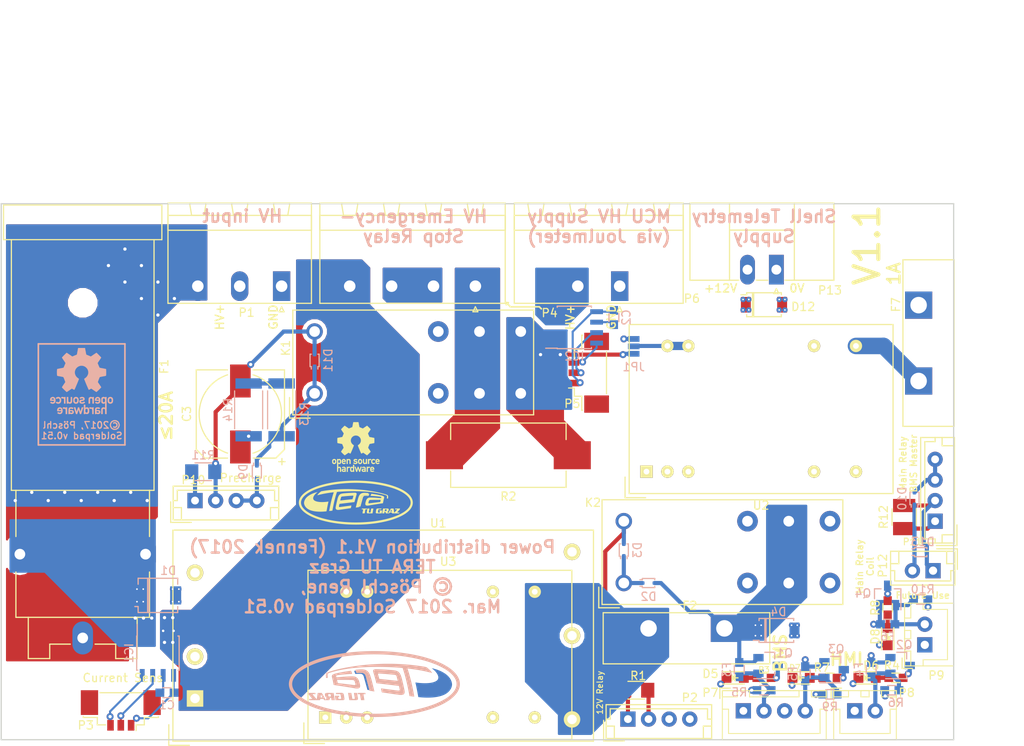
<source format=kicad_pcb>
(kicad_pcb (version 4) (host pcbnew no-vcs-found-product)
  (title_block (title "Power distribution unit fennek 2017") (date 2017-01-06) (rev 1) (company "TERA TU Graz") (comment 1 "Rene Pöschl"))
  (layers (0 F.Cu signal) (1 In1.Cu signal hide) (2 In2.Cu signal hide) (31 B.Cu signal) (34 B.Paste user) (35 F.Paste user) (36 B.SilkS user) (37 F.SilkS user) (38 B.Mask user) (39 F.Mask user) (44 Edge.Cuts user))
  (net 0 "")
  (net 1 "Net-(U2-Pad1)")
  (net 2 GND)
  (net 3 "Net-(U2-Pad11)")
  (net 4 "Net-(F7-Pad1)")
  (net 5 "Net-(JP1-Pad2)")
  (net 6 HV+)
  (net 7 "Net-(U1-Pad3)")
  (net 8 "Net-(U1-Pad6)")
  (net 9 "Net-(C3-Pad1)")
  (net 10 "Net-(R13-Pad1)")
  (net 11 "Net-(D11-Pad1)")
  (net 12 HV_switched)
  (net 13 "Net-(P11-Pad1)")
  (net 14 "Net-(D3-Pad2)")
  (net 15 "Net-(P2-Pad1)")
  (net 16 "Net-(C3-Pad2)")
  (net 17 "Net-(P10-Pad1)")
  (net 18 "Net-(F6-Pad2)")
  (net 19 "Net-(F5-Pad2)")
  (net 20 "Net-(Q4-Pad3)")
  (net 21 "Net-(D8-Pad2)")
  (net 22 "Net-(Q3-Pad3)")
  (net 23 "Net-(D7-Pad2)")
  (net 24 "Net-(F4-Pad2)")
  (net 25 "Net-(F3-Pad2)")
  (net 26 "Net-(Q2-Pad3)")
  (net 27 "Net-(D6-Pad2)")
  (net 28 "Net-(Q1-Pad3)")
  (net 29 "Net-(D5-Pad2)")
  (net 30 "Net-(C2-Pad1)")
  (net 31 "Net-(C2-Pad2)")
  (net 32 "Net-(C1-Pad1)")
  (net 33 "Net-(C1-Pad2)")
  (net 34 "Net-(D2-Pad1)")
  (net 35 "Net-(K2-Pad3)")
  (net 36 "Net-(K2-Pad4)")
  (net 37 +12V)
  (net 38 "Net-(K1-Pad3)")
  (net 39 "Net-(K1-Pad4)")
  (net 40 "Net-(D9-Pad2)")
  (net 41 "Net-(D10-Pad1)")
  (net 42 "Net-(D10-Pad2)")
  (net 43 "Net-(IC1-Pad8)")
  (net 44 "Net-(IC1-Pad7)")
  (net 45 "Net-(IC2-Pad8)")
  (net 46 "Net-(IC2-Pad7)")
  (net 47 "Net-(P1-Pad2)")
  (net 48 "Net-(P2-Pad3)")
  (net 49 "Net-(P2-Pad4)")
  (net 50 "Net-(D13-Pad2)")
  (net 51 /HV+_after_main_relais)
  (net 52 /+HV_in)
  (net 53 /HV+_fused)
  (net 54 /HV+_to_MCU)
  (net 55 /+12V_switched)
  (net 56 /+12V_telemetry)
  (net 57 /GND_telemetry)
  (net 58 /HV+_Main_Relays)
  (net 59 "Net-(U2-Pad9)")
  (net 60 "Net-(U3-Pad1)")
  (net 61 "Net-(U3-Pad9)")
  (net 62 "Net-(U3-Pad11)")
  (net 63 /12VDC_after_traco)
  (module local_footprints:Via-0.4 (layer F.Cu) (at 132.4 75.3)
    (fp_text reference REF** hide)
    (fp_text value Via-0.4 hide)
    (pad 1 thru_hole circle (at 0 0) (size 0.85 0.85) (drill 0.4) (layers *.Cu *.Mask) (net 12 HV_switched))
  )
  (module tera_relais:Finder-41.61.9.012.0010_SPDT-16A_12VDC-Coil (layer F.Cu) (at 105 80)
    (fp_text reference K1)
    (fp_text value SPDT-16A_12VDC-Coil)
    (fp_text user %R (at -3.5 -5.5 90) (layer F.SilkS))
    (pad 1 thru_hole circle (at 0 0) (size 2 2) (drill 1.3) (layers *.Cu *.Mask) (net 11 "Net-(D11-Pad1)"))
    (pad 2 thru_hole circle (at 0 -7.5) (size 2 2) (drill 1.3) (layers *.Cu *.Mask) (net 16 "Net-(C3-Pad2)"))
    (pad 3 thru_hole circle (at 15 0) (size 2.5 2.5) (drill 1.3) (layers *.Cu *.Mask) (net 38 "Net-(K1-Pad3)"))
    (pad 4 thru_hole circle (at 15 -7.5) (size 2.5 2.5) (drill 1.3) (layers *.Cu *.Mask) (net 39 "Net-(K1-Pad4)"))
    (pad 5 thru_hole circle (at 20 0) (size 2.5 2.5) (drill 1.3) (layers *.Cu *.Mask) (net 51 /HV+_after_main_relais))
    (pad 6 thru_hole circle (at 20 -7.5) (size 2.5 2.5) (drill 1.3) (layers *.Cu *.Mask) (net 51 /HV+_after_main_relais))
    (pad 7 thru_hole circle (at 25 0) (size 2.5 2.5) (drill 1.3) (layers *.Cu *.Mask) (net 12 HV_switched))
    (pad 8 thru_hole circle (at 25 -7.5) (size 2.5 2.5) (drill 1.3) (layers *.Cu *.Mask) (net 12 HV_switched))
  )
  (module local_footprints:Via-0.4 (layer F.Cu) (at 83.25 107.25)
    (fp_text reference REF** hide)
    (fp_text value Via-0.4 hide)
    (pad 1 thru_hole circle (at 0 0) (size 0.85 0.85) (drill 0.4) (layers *.Cu *.Mask) (net 53 /HV+_fused))
  )
  (module local_footprints:Via-0.4 (layer F.Cu) (at 84.25 107.25)
    (fp_text reference REF** hide)
    (fp_text value Via-0.4 hide)
    (pad 1 thru_hole circle (at 0 0) (size 0.85 0.85) (drill 0.4) (layers *.Cu *.Mask) (net 53 /HV+_fused))
  )
  (module local_footprints:Via-0.4 (layer F.Cu) (at 86.8 107.2)
    (fp_text reference REF** hide)
    (fp_text value Via-0.4 hide)
    (pad 1 thru_hole circle (at 0 0) (size 0.85 0.85) (drill 0.4) (layers *.Cu *.Mask) (net 6 HV+))
  )
  (module local_footprints:Via-0.4 (layer F.Cu) (at 87.8 107.2)
    (fp_text reference REF** hide)
    (fp_text value Via-0.4 hide)
    (pad 1 thru_hole circle (at 0 0) (size 0.85 0.85) (drill 0.4) (layers *.Cu *.Mask) (net 6 HV+))
  )
  (module local_footprints:Via-0.4 (layer F.Cu) (at 87.8 110.2)
    (fp_text reference REF** hide)
    (fp_text value Via-0.4 hide)
    (pad 1 thru_hole circle (at 0 0) (size 0.85 0.85) (drill 0.4) (layers *.Cu *.Mask) (net 6 HV+))
  )
  (module local_footprints:Via-0.4 (layer F.Cu) (at 86.8 110.2)
    (fp_text reference REF** hide)
    (fp_text value Via-0.4 hide)
    (pad 1 thru_hole circle (at 0 0) (size 0.85 0.85) (drill 0.4) (layers *.Cu *.Mask) (net 6 HV+))
  )
  (module local_footprints:Via-0.4 (layer F.Cu) (at 82 66.5)
    (fp_text reference REF** hide)
    (fp_text value Via-0.4 hide)
    (pad 1 thru_hole circle (at 0 0) (size 0.85 0.85) (drill 0.4) (layers *.Cu *.Mask) (net 52 /+HV_in))
  )
  (module local_footprints:Via-0.4 (layer F.Cu) (at 84 68.5)
    (fp_text reference REF** hide)
    (fp_text value Via-0.4 hide)
    (pad 1 thru_hole circle (at 0 0) (size 0.85 0.85) (drill 0.4) (layers *.Cu *.Mask) (net 52 /+HV_in))
  )
  (module local_footprints:Via-0.4 (layer F.Cu) (at 86 70.5)
    (fp_text reference REF** hide)
    (fp_text value Via-0.4 hide)
    (pad 1 thru_hole circle (at 0 0) (size 0.85 0.85) (drill 0.4) (layers *.Cu *.Mask) (net 52 /+HV_in))
  )
  (module local_footprints:Via-0.4 (layer F.Cu) (at 80 64.5)
    (fp_text reference REF** hide)
    (fp_text value Via-0.4 hide)
    (pad 1 thru_hole circle (at 0 0) (size 0.85 0.85) (drill 0.4) (layers *.Cu *.Mask) (net 52 /+HV_in))
  )
  (module local_footprints:Via-0.4 (layer F.Cu) (at 84 64.5)
    (fp_text reference REF** hide)
    (fp_text value Via-0.4 hide)
    (pad 1 thru_hole circle (at 0 0) (size 0.85 0.85) (drill 0.4) (layers *.Cu *.Mask) (net 52 /+HV_in))
  )
  (module local_footprints:Via-0.4 (layer F.Cu) (at 82 62.5)
    (fp_text reference REF** hide)
    (fp_text value Via-0.4 hide)
    (pad 1 thru_hole circle (at 0 0) (size 0.85 0.85) (drill 0.4) (layers *.Cu *.Mask) (net 52 /+HV_in))
  )
  (module local_footprints:Via-0.4 (layer F.Cu) (at 86 66.5)
    (fp_text reference REF** hide)
    (fp_text value Via-0.4 hide)
    (pad 1 thru_hole circle (at 0 0) (size 0.85 0.85) (drill 0.4) (layers *.Cu *.Mask) (net 52 /+HV_in))
  )
  (module local_footprints:Via-0.4 (layer F.Cu) (at 88 68.5)
    (fp_text reference REF** hide)
    (fp_text value Via-0.4 hide)
    (pad 1 thru_hole circle (at 0 0) (size 0.85 0.85) (drill 0.4) (layers *.Cu *.Mask) (net 52 /+HV_in))
  )
  (module local_footprints:Via-0.4 (layer F.Cu) (at 84.7 93)
    (fp_text reference REF** hide)
    (fp_text value Via-0.4 hide)
    (pad 1 thru_hole circle (at 0 0) (size 0.85 0.85) (drill 0.4) (layers *.Cu *.Mask) (net 52 /+HV_in))
  )
  (module local_footprints:Via-0.4 (layer F.Cu) (at 70.7 92)
    (fp_text reference REF** hide)
    (fp_text value Via-0.4 hide)
    (pad 1 thru_hole circle (at 0 0) (size 0.85 0.85) (drill 0.4) (layers *.Cu *.Mask) (net 52 /+HV_in))
  )
  (module local_footprints:Via-0.4 (layer F.Cu) (at 68.7 93)
    (fp_text reference REF** hide)
    (fp_text value Via-0.4 hide)
    (pad 1 thru_hole circle (at 0 0) (size 0.85 0.85) (drill 0.4) (layers *.Cu *.Mask) (net 52 /+HV_in))
  )
  (module local_footprints:Via-0.4 (layer F.Cu) (at 72.7 93)
    (fp_text reference REF** hide)
    (fp_text value Via-0.4 hide)
    (pad 1 thru_hole circle (at 0 0) (size 0.85 0.85) (drill 0.4) (layers *.Cu *.Mask) (net 52 /+HV_in))
  )
  (module local_footprints:Via-0.4 (layer F.Cu) (at 82.7 92)
    (fp_text reference REF** hide)
    (fp_text value Via-0.4 hide)
    (pad 1 thru_hole circle (at 0 0) (size 0.85 0.85) (drill 0.4) (layers *.Cu *.Mask) (net 52 /+HV_in))
  )
  (module local_footprints:Via-0.4 (layer F.Cu) (at 80.7 93)
    (fp_text reference REF** hide)
    (fp_text value Via-0.4 hide)
    (pad 1 thru_hole circle (at 0 0) (size 0.85 0.85) (drill 0.4) (layers *.Cu *.Mask) (net 52 /+HV_in))
  )
  (module local_footprints:Via-0.4 (layer F.Cu) (at 74.7 92)
    (fp_text reference REF** hide)
    (fp_text value Via-0.4 hide)
    (pad 1 thru_hole circle (at 0 0) (size 0.85 0.85) (drill 0.4) (layers *.Cu *.Mask) (net 52 /+HV_in))
  )
  (module local_footprints:Via-0.4 (layer F.Cu) (at 76.7 93)
    (fp_text reference REF** hide)
    (fp_text value Via-0.4 hide)
    (pad 1 thru_hole circle (at 0 0) (size 0.85 0.85) (drill 0.4) (layers *.Cu *.Mask) (net 52 /+HV_in))
  )
  (module Mounting_Holes:MountingHole_3.2mm_M3_DIN965 (layer F.Cu) (at 179.5 119)
    (fp_text reference REF** hide)
    (fp_text value MountingHole_3.2mm_M3_DIN965 hide)
    (pad 1 np_thru_hole circle (at 0 0) (size 3.2 3.2) (drill 3.2) (layers *.Cu *.Mask))
  )
  (module Mounting_Holes:MountingHole_3.2mm_M3_DIN965 (layer F.Cu) (at 70 119)
    (fp_text reference REF** hide)
    (fp_text value MountingHole_3.2mm_M3_DIN965 hide)
    (pad 1 np_thru_hole circle (at 0 0) (size 3.2 3.2) (drill 3.2) (layers *.Cu *.Mask))
  )
  (module Mounting_Holes:MountingHole_3.2mm_M3_DIN965 (layer F.Cu) (at 90 72.5)
    (fp_text reference REF** hide)
    (fp_text value MountingHole_3.2mm_M3_DIN965 hide)
    (pad 1 np_thru_hole circle (at 0 0) (size 3.2 3.2) (drill 3.2) (layers *.Cu *.Mask))
  )
  (module tera_rlc:R_2512in (layer B.Cu) (at 97 82 90)
    (fp_text reference R14)
    (fp_text value "22R 2W")
    (fp_text user %R (at 0 -2.5 90) (layer B.SilkS) (effects (justify mirror)))
    (pad 1 smd rect (at -3.2 0 90) (size 1.25 3.2) (layers B.Cu B.Paste B.Mask) (net 9 "Net-(C3-Pad1)"))
    (pad 2 smd rect (at 3.2 0 90) (size 1.25 3.2) (layers B.Cu B.Paste B.Mask) (net 10 "Net-(R13-Pad1)"))
  )
  (module tera_rlc:R_2512in (layer B.Cu) (at 101 82 270)
    (fp_text reference R13)
    (fp_text value "22R 2W")
    (fp_text user %R (at 0.5 -2.75 270) (layer B.SilkS) (effects (justify mirror)))
    (pad 1 smd rect (at -3.2 0 270) (size 1.25 3.2) (layers B.Cu B.Paste B.Mask) (net 10 "Net-(R13-Pad1)"))
    (pad 2 smd rect (at 3.2 0 270) (size 1.25 3.2) (layers B.Cu B.Paste B.Mask) (net 11 "Net-(D11-Pad1)"))
  )
  (module tera_rlc:R_1210in (layer F.Cu) (at 176.5 95 270)
    (fp_text reference R12)
    (fp_text value "10R 500mW")
    (fp_text user %R (at 0 2.5 270) (layer F.SilkS))
    (pad 1 smd rect (at -1.4 0 270) (size 1.6 2.7) (layers F.Cu F.Paste F.Mask) (net 50 "Net-(D13-Pad2)"))
    (pad 2 smd rect (at 1.4 0 270) (size 1.6 2.7) (layers F.Cu F.Paste F.Mask) (net 13 "Net-(P11-Pad1)"))
  )
  (module tera_rlc:R_1206in (layer F.Cu) (at 144 116 180)
    (fp_text reference R1)
    (fp_text value "510R 250mW")
    (fp_text user %R (at -0.25 1.75 180) (layer F.SilkS))
    (pad 1 smd rect (at -1.4 0 180) (size 1.6 1.8) (layers F.Cu F.Paste F.Mask) (net 14 "Net-(D3-Pad2)"))
    (pad 2 smd rect (at 1.4 0 180) (size 1.6 1.8) (layers F.Cu F.Paste F.Mask) (net 15 "Net-(P2-Pad1)"))
  )
  (module tera_rlc:R_1206in (layer B.Cu) (at 91.5 89.5 180)
    (fp_text reference R11)
    (fp_text value "510R 250mW")
    (fp_text user %R (at 0 2 180) (layer B.SilkS) (effects (justify mirror)))
    (pad 1 smd rect (at -1.4 0 180) (size 1.6 1.8) (layers B.Cu B.Paste B.Mask) (net 16 "Net-(C3-Pad2)"))
    (pad 2 smd rect (at 1.4 0 180) (size 1.6 1.8) (layers B.Cu B.Paste B.Mask) (net 17 "Net-(P10-Pad1)"))
  )
  (module tera_rlc:R_0603in (layer B.Cu) (at 178.5 105)
    (fp_text reference R10)
    (fp_text value 100k)
    (fp_text user %R (at 0.25 -1.25) (layer B.SilkS) (effects (justify mirror)))
    (pad 1 smd rect (at -0.865 0) (size 1.07 1) (layers B.Cu B.Paste B.Mask) (net 18 "Net-(F6-Pad2)"))
    (pad 2 smd rect (at 0.865 0) (size 1.07 1) (layers B.Cu B.Paste B.Mask) (net 2 GND))
  )
  (module tera_rlc:R_0603in (layer B.Cu) (at 167.5 116.5 180)
    (fp_text reference R9)
    (fp_text value 100k)
    (fp_text user %R (at 0 -1.5 180) (layer B.SilkS) (effects (justify mirror)))
    (pad 1 smd rect (at -0.865 0 180) (size 1.07 1) (layers B.Cu B.Paste B.Mask) (net 19 "Net-(F5-Pad2)"))
    (pad 2 smd rect (at 0.865 0 180) (size 1.07 1) (layers B.Cu B.Paste B.Mask) (net 2 GND))
  )
  (module tera_rlc:R_0603in (layer F.Cu) (at 174.5 106 270)
    (fp_text reference R8)
    (fp_text value 12k)
    (fp_text user %R (at 0 1.5 270) (layer F.SilkS))
    (pad 1 smd rect (at -0.865 0 270) (size 1.07 1) (layers F.Cu F.Paste F.Mask) (net 20 "Net-(Q4-Pad3)"))
    (pad 2 smd rect (at 0.865 0 270) (size 1.07 1) (layers F.Cu F.Paste F.Mask) (net 21 "Net-(D8-Pad2)"))
  )
  (module tera_rlc:R_0603in (layer F.Cu) (at 167.5 114.5 180)
    (fp_text reference R7)
    (fp_text value 12k)
    (fp_text user %R (at 1 1.25 180) (layer F.SilkS))
    (pad 1 smd rect (at -0.865 0 180) (size 1.07 1) (layers F.Cu F.Paste F.Mask) (net 22 "Net-(Q3-Pad3)"))
    (pad 2 smd rect (at 0.865 0 180) (size 1.07 1) (layers F.Cu F.Paste F.Mask) (net 23 "Net-(D7-Pad2)"))
  )
  (module tera_rlc:R_0603in (layer B.Cu) (at 175 116 180)
    (fp_text reference R6)
    (fp_text value 100k)
    (fp_text user %R (at -0.5 -1.5 180) (layer B.SilkS) (effects (justify mirror)))
    (pad 1 smd rect (at -0.865 0 180) (size 1.07 1) (layers B.Cu B.Paste B.Mask) (net 24 "Net-(F4-Pad2)"))
    (pad 2 smd rect (at 0.865 0 180) (size 1.07 1) (layers B.Cu B.Paste B.Mask) (net 2 GND))
  )
  (module tera_rlc:R_0603in (layer B.Cu) (at 159.5 116 180)
    (fp_text reference R5)
    (fp_text value 100k)
    (fp_text user %R (at 3 -0.25 180) (layer B.SilkS) (effects (justify mirror)))
    (pad 1 smd rect (at -0.865 0 180) (size 1.07 1) (layers B.Cu B.Paste B.Mask) (net 25 "Net-(F3-Pad2)"))
    (pad 2 smd rect (at 0.865 0 180) (size 1.07 1) (layers B.Cu B.Paste B.Mask) (net 2 GND))
  )
  (module tera_rlc:R_0603in (layer F.Cu) (at 175.5 114.5 180)
    (fp_text reference R4)
    (fp_text value 12k)
    (fp_text user %R (at 0.5 1.5 180) (layer F.SilkS))
    (pad 1 smd rect (at -0.865 0 180) (size 1.07 1) (layers F.Cu F.Paste F.Mask) (net 26 "Net-(Q2-Pad3)"))
    (pad 2 smd rect (at 0.865 0 180) (size 1.07 1) (layers F.Cu F.Paste F.Mask) (net 27 "Net-(D6-Pad2)"))
  )
  (module tera_rlc:R_0603in (layer F.Cu) (at 159.5 114.5 180)
    (fp_text reference R3)
    (fp_text value 12k)
    (fp_text user %R (at 0 1 180) (layer F.SilkS) (effects (font (size 0.7 0.7) (thickness 0.12))))
    (pad 1 smd rect (at -0.865 0 180) (size 1.07 1) (layers F.Cu F.Paste F.Mask) (net 28 "Net-(Q1-Pad3)"))
    (pad 2 smd rect (at 0.865 0 180) (size 1.07 1) (layers F.Cu F.Paste F.Mask) (net 29 "Net-(D5-Pad2)"))
  )
  (module tera_rlc:C_0603in (layer B.Cu) (at 141.3 70.8 90)
    (fp_text reference C2)
    (fp_text value 1nf)
    (fp_text user %R (at 0 1.5 90) (layer B.SilkS) (effects (justify mirror)))
    (pad 1 smd rect (at -0.865 0 90) (size 1.07 1) (layers B.Cu B.Paste B.Mask) (net 30 "Net-(C2-Pad1)"))
    (pad 2 smd rect (at 0.865 0 90) (size 1.07 1) (layers B.Cu B.Paste B.Mask) (net 31 "Net-(C2-Pad2)"))
  )
  (module tera_rlc:C_0603in (layer B.Cu) (at 87.1 116.3)
    (fp_text reference C1)
    (fp_text value 1nf)
    (fp_text user %R (at 0 1.5) (layer B.SilkS) (effects (justify mirror)))
    (pad 1 smd rect (at -0.865 0) (size 1.07 1) (layers B.Cu B.Paste B.Mask) (net 32 "Net-(C1-Pad1)"))
    (pad 2 smd rect (at 0.865 0) (size 1.07 1) (layers B.Cu B.Paste B.Mask) (net 33 "Net-(C1-Pad2)"))
  )
  (module tera_general:SOLDERJUMPER_3 (layer B.Cu) (at 143.7 74.3)
    (fp_text reference JP1)
    (fp_text value SEM_source)
    (fp_text user %R (at 0 2.5) (layer B.SilkS) (effects (justify mirror)))
    (pad 1 smd rect (at 0 0.9) (size 1.4 0.7) (layers B.Cu B.Mask) (net 12 HV_switched))
    (pad 2 smd rect (at 0 0) (size 1.4 0.7) (layers B.Cu B.Mask) (net 5 "Net-(JP1-Pad2)"))
    (pad 3 smd rect (at 0 -0.9) (size 1.4 0.7) (layers B.Cu B.Mask) (net 6 HV+))
  )
  (module tera_general:Fuse_Phoenix_SI-H-FKS_15 (layer F.Cu) (at 145.5 108.5)
    (fp_text reference F2)
    (fp_text value "3A 12VDC")
    (fp_text user %R (at 5 -2.75) (layer F.SilkS))
    (pad 1 thru_hole rect (at 0 0) (size 3.3 3.3) (drill 2) (layers *.Cu *.Mask) (net 63 /12VDC_after_traco))
    (pad "" np_thru_hole circle (at 4.6 1.2) (size 2.4 2.4) (drill 2.4) (layers *.Cu *.Mask))
    (pad 2 thru_hole rect (at 9.2 0) (size 3.3 3.3) (drill 2) (layers *.Cu *.Mask) (net 37 +12V))
  )
  (module tera_general:Fuse_Phoenix_SI-H-FKS_15 (layer F.Cu) (at 178.25 78.5 90)
    (fp_text reference F7)
    (fp_text value "1A 12VDC")
    (fp_text user %R (at 9.25 -2.75 90) (layer F.SilkS))
    (pad 1 thru_hole rect (at 0 0 90) (size 3.3 3.3) (drill 2) (layers *.Cu *.Mask) (net 4 "Net-(F7-Pad1)"))
    (pad "" np_thru_hole circle (at 4.6 1.2 90) (size 2.4 2.4) (drill 2.4) (layers *.Cu *.Mask))
    (pad 2 thru_hole rect (at 9.2 0 90) (size 3.3 3.3) (drill 2) (layers *.Cu *.Mask) (net 56 /+12V_telemetry))
  )
  (module tera_general:Fuse_0603in (layer B.Cu) (at 172.5 113.5 270)
    (fp_text reference F4)
    (fp_text value "0.5A 12VDC")
    (fp_text user %R (at 0 1.5 270) (layer B.SilkS) (effects (justify mirror)))
    (pad 1 smd rect (at -0.865 0 270) (size 1.07 1) (layers B.Cu B.Paste B.Mask) (net 55 /+12V_switched))
    (pad 2 smd rect (at 0.865 0 270) (size 1.07 1) (layers B.Cu B.Paste B.Mask) (net 24 "Net-(F4-Pad2)"))
  )
  (module tera_general:Fuse_0603in (layer B.Cu) (at 156.5 113.5 270)
    (fp_text reference F3)
    (fp_text value "0.5A 12VDC")
    (fp_text user %R (at 0 1.5 270) (layer B.SilkS) (effects (justify mirror)))
    (pad 1 smd rect (at -0.865 0 270) (size 1.07 1) (layers B.Cu B.Paste B.Mask) (net 37 +12V))
    (pad 2 smd rect (at 0.865 0 270) (size 1.07 1) (layers B.Cu B.Paste B.Mask) (net 25 "Net-(F3-Pad2)"))
  )
  (module tera_general:Fuse_0603in (layer B.Cu) (at 174.5 108)
    (fp_text reference F6)
    (fp_text value "0.5A 12VDC")
    (fp_text user %R (at 0 1.5) (layer B.SilkS) (effects (justify mirror)))
    (pad 1 smd rect (at -0.865 0) (size 1.07 1) (layers B.Cu B.Paste B.Mask) (net 55 /+12V_switched))
    (pad 2 smd rect (at 0.865 0) (size 1.07 1) (layers B.Cu B.Paste B.Mask) (net 18 "Net-(F6-Pad2)"))
  )
  (module tera_general:Fuse_0603in (layer B.Cu) (at 164.5 114 270)
    (fp_text reference F5)
    (fp_text value "0.5A 12VDC")
    (fp_text user %R (at 0 1.5 270) (layer B.SilkS) (effects (justify mirror)))
    (pad 1 smd rect (at -0.865 0 270) (size 1.07 1) (layers B.Cu B.Paste B.Mask) (net 55 /+12V_switched))
    (pad 2 smd rect (at 0.865 0 270) (size 1.07 1) (layers B.Cu B.Paste B.Mask) (net 19 "Net-(F5-Pad2)"))
  )
  (module tera_diodes:SOD128_with_vias_in_pad (layer F.Cu) (at 159.5 69.25)
    (fp_text reference D12)
    (fp_text value 14V)
    (fp_text user %R (at 4.75 0.25) (layer F.SilkS))
    (pad 1 smd rect (at -2.2 0) (size 1.2 1.9) (layers F.Cu F.Paste F.Mask) (net 56 /+12V_telemetry))
    (pad 2 smd rect (at 2.2 0) (size 1.2 1.9) (layers F.Cu F.Paste F.Mask) (net 57 /GND_telemetry))
    (pad 1 thru_hole circle (at -2.54 -0.635) (size 0.65 0.65) (drill 0.2) (layers *.Cu *.Mask) (net 56 /+12V_telemetry))
    (pad 1 thru_hole circle (at -1.8415 -0.635) (size 0.65 0.65) (drill 0.2) (layers *.Cu *.Mask) (net 56 /+12V_telemetry))
    (pad 1 thru_hole circle (at -1.8415 0.635) (size 0.65 0.65) (drill 0.2) (layers *.Cu *.Mask) (net 56 /+12V_telemetry))
    (pad 1 thru_hole circle (at -2.54 0.635) (size 0.65 0.65) (drill 0.2) (layers *.Cu *.Mask) (net 56 /+12V_telemetry))
    (pad 2 thru_hole circle (at 2.54 -0.635) (size 0.65 0.65) (drill 0.2) (layers *.Cu *.Mask) (net 57 /GND_telemetry))
    (pad 2 thru_hole circle (at 1.8415 -0.635) (size 0.65 0.65) (drill 0.2) (layers *.Cu *.Mask) (net 57 /GND_telemetry))
    (pad 2 thru_hole circle (at 2.54 0.635) (size 0.65 0.65) (drill 0.2) (layers *.Cu *.Mask) (net 57 /GND_telemetry))
    (pad 2 thru_hole circle (at 1.8415 0.635) (size 0.65 0.65) (drill 0.2) (layers *.Cu *.Mask) (net 57 /GND_telemetry))
  )
  (module tera_diodes:SOD128_with_vias_in_pad (layer B.Cu) (at 161 108.75)
    (fp_text reference D4)
    (fp_text value 14V)
    (fp_text user %R (at 0.25 -2.25) (layer B.SilkS) (effects (justify mirror)))
    (pad 1 smd rect (at -2.2 0) (size 1.2 1.9) (layers B.Cu B.Paste B.Mask) (net 37 +12V))
    (pad 2 smd rect (at 2.2 0) (size 1.2 1.9) (layers B.Cu B.Paste B.Mask) (net 2 GND))
    (pad 1 thru_hole circle (at -2.54 0.635) (size 0.65 0.65) (drill 0.2) (layers *.Cu *.Mask) (net 37 +12V))
    (pad 1 thru_hole circle (at -1.8415 0.635) (size 0.65 0.65) (drill 0.2) (layers *.Cu *.Mask) (net 37 +12V))
    (pad 1 thru_hole circle (at -1.8415 -0.635) (size 0.65 0.65) (drill 0.2) (layers *.Cu *.Mask) (net 37 +12V))
    (pad 1 thru_hole circle (at -2.54 -0.635) (size 0.65 0.65) (drill 0.2) (layers *.Cu *.Mask) (net 37 +12V))
    (pad 2 thru_hole circle (at 2.54 0.635) (size 0.65 0.65) (drill 0.2) (layers *.Cu *.Mask) (net 2 GND))
    (pad 2 thru_hole circle (at 1.8415 0.635) (size 0.65 0.65) (drill 0.2) (layers *.Cu *.Mask) (net 2 GND))
    (pad 2 thru_hole circle (at 2.54 -0.635) (size 0.65 0.65) (drill 0.2) (layers *.Cu *.Mask) (net 2 GND))
    (pad 2 thru_hole circle (at 1.8415 -0.635) (size 0.65 0.65) (drill 0.2) (layers *.Cu *.Mask) (net 2 GND))
  )
  (module tera_diodes:LED_0805 (layer F.Cu) (at 164 114.5)
    (fp_text reference D7)
    (fp_text value BMS_pwr_blown)
    (fp_text user %R (at -0.75 -1.25) (layer F.SilkS) (effects (font (size 0.7 0.7) (thickness 0.12))))
    (pad 2 smd rect (at 1.04902 0 180) (size 1.19888 1.19888) (layers F.Cu F.Paste F.Mask) (net 23 "Net-(D7-Pad2)"))
    (pad 1 smd rect (at -1.04902 0 180) (size 1.19888 1.19888) (layers F.Cu F.Paste F.Mask) (net 2 GND))
  )
  (module tera_diodes:LED_0805 (layer F.Cu) (at 156 114.5)
    (fp_text reference D5)
    (fp_text value BMS_crtl_blown)
    (fp_text user %R (at -3 -0.5) (layer F.SilkS))
    (pad 2 smd rect (at 1.04902 0 180) (size 1.19888 1.19888) (layers F.Cu F.Paste F.Mask) (net 29 "Net-(D5-Pad2)"))
    (pad 1 smd rect (at -1.04902 0 180) (size 1.19888 1.19888) (layers F.Cu F.Paste F.Mask) (net 2 GND))
  )
  (module tera_diodes:LED_0805 (layer F.Cu) (at 174.5 109.5 90)
    (fp_text reference D8)
    (fp_text value Future_blown)
    (fp_text user %R (at 0 -1.5 90) (layer F.SilkS))
    (pad 2 smd rect (at 1.04902 0 270) (size 1.19888 1.19888) (layers F.Cu F.Paste F.Mask) (net 21 "Net-(D8-Pad2)"))
    (pad 1 smd rect (at -1.04902 0 270) (size 1.19888 1.19888) (layers F.Cu F.Paste F.Mask) (net 2 GND))
  )
  (module tera_diodes:LED_0805 (layer F.Cu) (at 172 114.5)
    (fp_text reference D6)
    (fp_text value HMI_blown)
    (fp_text user %R (at 0.5 -1.5) (layer F.SilkS))
    (pad 2 smd rect (at 1.04902 0 180) (size 1.19888 1.19888) (layers F.Cu F.Paste F.Mask) (net 27 "Net-(D6-Pad2)"))
    (pad 1 smd rect (at -1.04902 0 180) (size 1.19888 1.19888) (layers F.Cu F.Paste F.Mask) (net 2 GND))
  )
  (module tera_diodes:DO-214AA_with_vias_in_pad (layer B.Cu) (at 86 104.5)
    (fp_text reference D1)
    (fp_text value 58V)
    (fp_text user %R (at 1.25 -3) (layer B.SilkS) (effects (justify mirror)))
    (pad 2 smd rect (at 2.15 0) (size 1.34 2.2) (layers B.Cu B.Paste B.Mask) (net 2 GND))
    (pad 1 smd rect (at -2.15 0) (size 1.34 2.2) (layers B.Cu B.Paste B.Mask) (net 53 /HV+_fused))
    (pad 1 thru_hole circle (at -1.778 0.762) (size 0.65 0.65) (drill 0.2) (layers *.Cu *.Mask) (net 53 /HV+_fused))
    (pad 1 thru_hole circle (at -2.54 0.762) (size 0.65 0.65) (drill 0.2) (layers *.Cu *.Mask) (net 53 /HV+_fused))
    (pad 1 thru_hole circle (at -2.54 -0.762) (size 0.65 0.65) (drill 0.2) (layers *.Cu *.Mask) (net 53 /HV+_fused))
    (pad 1 thru_hole circle (at -1.778 -0.762) (size 0.65 0.65) (drill 0.2) (layers *.Cu *.Mask) (net 53 /HV+_fused))
    (pad 2 thru_hole circle (at 1.778 0.762) (size 0.65 0.65) (drill 0.2) (layers *.Cu *.Mask) (net 2 GND))
    (pad 2 thru_hole circle (at 2.54 0.762) (size 0.65 0.65) (drill 0.2) (layers *.Cu *.Mask) (net 2 GND))
    (pad 2 thru_hole circle (at 2.54 -0.762) (size 0.65 0.65) (drill 0.2) (layers *.Cu *.Mask) (net 2 GND))
    (pad 2 thru_hole circle (at 1.778 -0.762) (size 0.65 0.65) (drill 0.2) (layers *.Cu *.Mask) (net 2 GND))
  )
  (module tera_diodes:BAS3005B-02V__sc79 (layer B.Cu) (at 98 89.5 270)
    (fp_text reference D9)
    (fp_text value BAS3005B-02V)
    (fp_text user %R (at 0 1.65 270) (layer B.SilkS) (effects (justify mirror)))
    (pad 1 smd rect (at -0.75 0 270) (size 0.5 0.4) (layers B.Cu B.Paste B.Mask) (net 11 "Net-(D11-Pad1)"))
    (pad 2 smd rect (at 0.75 0 270) (size 0.5 0.4) (layers B.Cu B.Paste B.Mask) (net 40 "Net-(D9-Pad2)"))
  )
  (module tera_diodes:BAS3005B-02V__sc79 (layer B.Cu) (at 177.75 92.75 90)
    (fp_text reference D10)
    (fp_text value BAS3005B-02V)
    (fp_text user %R (at 0 -1.5 90) (layer B.SilkS) (effects (justify mirror)))
    (pad 1 smd rect (at -0.75 0 90) (size 0.5 0.4) (layers B.Cu B.Paste B.Mask) (net 41 "Net-(D10-Pad1)"))
    (pad 2 smd rect (at 0.75 0 90) (size 0.5 0.4) (layers B.Cu B.Paste B.Mask) (net 42 "Net-(D10-Pad2)"))
  )
  (module tera_diodes:BAS3005B-02V__sc79 (layer B.Cu) (at 105 76 90)
    (fp_text reference D11)
    (fp_text value BAS3005B-02V)
    (fp_text user %R (at 0 1.65 90) (layer B.SilkS) (effects (justify mirror)))
    (pad 1 smd rect (at -0.75 0 90) (size 0.5 0.4) (layers B.Cu B.Paste B.Mask) (net 11 "Net-(D11-Pad1)"))
    (pad 2 smd rect (at 0.75 0 90) (size 0.5 0.4) (layers B.Cu B.Paste B.Mask) (net 16 "Net-(C3-Pad2)"))
  )
  (module tera_diodes:BAS3005B-02V__sc79 (layer B.Cu) (at 142.5 99 90)
    (fp_text reference D3)
    (fp_text value BAS3005B-02V)
    (fp_text user %R (at 0 1.65 90) (layer B.SilkS) (effects (justify mirror)))
    (pad 1 smd rect (at -0.75 0 90) (size 0.5 0.4) (layers B.Cu B.Paste B.Mask) (net 34 "Net-(D2-Pad1)"))
    (pad 2 smd rect (at 0.75 0 90) (size 0.5 0.4) (layers B.Cu B.Paste B.Mask) (net 14 "Net-(D3-Pad2)"))
  )
  (module tera_diodes:BAS3005B-02V__sc79 (layer B.Cu) (at 145.5 103)
    (fp_text reference D2)
    (fp_text value BAS3005B-02V)
    (fp_text user %R (at 0 1.65) (layer B.SilkS) (effects (justify mirror)))
    (pad 1 smd rect (at -0.75 0) (size 0.5 0.4) (layers B.Cu B.Paste B.Mask) (net 34 "Net-(D2-Pad1)"))
    (pad 2 smd rect (at 0.75 0) (size 0.5 0.4) (layers B.Cu B.Paste B.Mask) (net 37 +12V))
  )
  (module tera_atomic_infineon:IRLML2246TRPBF-1 (layer B.Cu) (at 168 113.5 90)
    (fp_text reference Q3)
    (fp_text value IRLML2246TRPBF-1)
    (fp_text user %R (at 2.5 0.25 180) (layer B.SilkS) (effects (justify mirror)))
    (pad 1 smd rect (at -0.95 -1.175 90) (size 0.9 1.25) (layers B.Cu B.Paste B.Mask) (net 19 "Net-(F5-Pad2)"))
    (pad 2 smd rect (at 0.95 -1.175 90) (size 0.9 1.25) (layers B.Cu B.Paste B.Mask) (net 55 /+12V_switched))
    (pad 3 smd rect (at 0 1.175 90) (size 0.9 1.25) (layers B.Cu B.Paste B.Mask) (net 22 "Net-(Q3-Pad3)"))
  )
  (module tera_atomic_infineon:IRLML2246TRPBF-1 (layer B.Cu) (at 174.5 104.5 180)
    (fp_text reference Q4)
    (fp_text value IRLML2246TRPBF-1)
    (fp_text user %R (at 3 0.25 180) (layer B.SilkS) (effects (justify mirror)))
    (pad 1 smd rect (at -0.95 -1.175 180) (size 0.9 1.25) (layers B.Cu B.Paste B.Mask) (net 18 "Net-(F6-Pad2)"))
    (pad 2 smd rect (at 0.95 -1.175 180) (size 0.9 1.25) (layers B.Cu B.Paste B.Mask) (net 55 /+12V_switched))
    (pad 3 smd rect (at 0 1.175 180) (size 0.9 1.25) (layers B.Cu B.Paste B.Mask) (net 20 "Net-(Q4-Pad3)"))
  )
  (module tera_atomic_infineon:IRLML2246TRPBF-1 (layer B.Cu) (at 176 113 90)
    (fp_text reference Q2)
    (fp_text value IRLML2246TRPBF-1)
    (fp_text user %R (at 2.5 0.5 180) (layer B.SilkS) (effects (justify mirror)))
    (pad 1 smd rect (at -0.95 -1.175 90) (size 0.9 1.25) (layers B.Cu B.Paste B.Mask) (net 24 "Net-(F4-Pad2)"))
    (pad 2 smd rect (at 0.95 -1.175 90) (size 0.9 1.25) (layers B.Cu B.Paste B.Mask) (net 55 /+12V_switched))
    (pad 3 smd rect (at 0 1.175 90) (size 0.9 1.25) (layers B.Cu B.Paste B.Mask) (net 26 "Net-(Q2-Pad3)"))
  )
  (module tera_atomic_infineon:IRLML2246TRPBF-1 (layer B.Cu) (at 160 113 90)
    (fp_text reference Q1)
    (fp_text value IRLML2246TRPBF-1)
    (fp_text user %R (at 1.5 2 180) (layer B.SilkS) (effects (justify mirror)))
    (pad 1 smd rect (at -0.95 -1.175 90) (size 0.9 1.25) (layers B.Cu B.Paste B.Mask) (net 25 "Net-(F3-Pad2)"))
    (pad 2 smd rect (at 0.95 -1.175 90) (size 0.9 1.25) (layers B.Cu B.Paste B.Mask) (net 37 +12V))
    (pad 3 smd rect (at 0 1.175 90) (size 0.9 1.25) (layers B.Cu B.Paste B.Mask) (net 28 "Net-(Q1-Pad3)"))
  )
  (module tera_Connectors_Molex:Molex_PicoBlade_53398-0371_03x1.25mm_Straight (layer F.Cu) (at 139.2 77.5 90)
    (fp_text reference P5)
    (fp_text value Current_Sens_MCU_IN)
    (fp_text user %R (at -3.75 -2.95 180) (layer F.SilkS))
    (pad 1 smd rect (at -1.25 -2.75 90) (size 0.8 1.3) (layers F.Cu F.Paste F.Mask) (net 31 "Net-(C2-Pad2)"))
    (pad 2 smd rect (at 0 -2.75 90) (size 0.8 1.3) (layers F.Cu F.Paste F.Mask) (net 46 "Net-(IC2-Pad7)"))
    (pad 3 smd rect (at 1.25 -2.75 90) (size 0.8 1.3) (layers F.Cu F.Paste F.Mask) (net 45 "Net-(IC2-Pad8)"))
    (pad "" smd rect (at -3.8 0 90) (size 2.1 3) (layers F.Cu F.Paste F.Mask))
    (pad "" smd rect (at 3.8 0 90) (size 2.1 3) (layers F.Cu F.Paste F.Mask))
  )
  (module tera_Connectors_Molex:Molex_PicoBlade_53398-0371_03x1.25mm_Straight (layer F.Cu) (at 81.5 117.5 180)
    (fp_text reference P3)
    (fp_text value Current_Sens)
    (fp_text user %R (at 4.25 -2.75 180) (layer F.SilkS))
    (pad 1 smd rect (at -1.25 -2.75 180) (size 0.8 1.3) (layers F.Cu F.Paste F.Mask) (net 33 "Net-(C1-Pad2)"))
    (pad 2 smd rect (at 0 -2.75 180) (size 0.8 1.3) (layers F.Cu F.Paste F.Mask) (net 44 "Net-(IC1-Pad7)"))
    (pad 3 smd rect (at 1.25 -2.75 180) (size 0.8 1.3) (layers F.Cu F.Paste F.Mask) (net 43 "Net-(IC1-Pad8)"))
    (pad "" smd rect (at -3.8 0 180) (size 2.1 3) (layers F.Cu F.Paste F.Mask))
    (pad "" smd rect (at 3.8 0 180) (size 2.1 3) (layers F.Cu F.Paste F.Mask))
  )
  (module Mounting_Holes:MountingHole_3.2mm_M3_DIN965 (layer F.Cu) (at 179.5 60)
    (fp_text reference REF** hide)
    (fp_text value MountingHole_3.2mm_M3_DIN965 hide)
    (pad 1 np_thru_hole circle (at 0 0) (size 3.2 3.2) (drill 3.2) (layers *.Cu *.Mask))
  )
  (module tera_relais:Finder-41.61.9.012.0010_SPDT-16A_12VDC-Coil (layer F.Cu) (at 142.5 103)
    (fp_text reference K2)
    (fp_text value SPDT-16A_12VDC-Coil)
    (fp_text user %R (at -3.75 -9.75) (layer F.SilkS))
    (pad 1 thru_hole circle (at 0 0) (size 2 2) (drill 1.3) (layers *.Cu *.Mask) (net 34 "Net-(D2-Pad1)"))
    (pad 2 thru_hole circle (at 0 -7.5) (size 2 2) (drill 1.3) (layers *.Cu *.Mask) (net 14 "Net-(D3-Pad2)"))
    (pad 3 thru_hole circle (at 15 0) (size 2.5 2.5) (drill 1.3) (layers *.Cu *.Mask) (net 35 "Net-(K2-Pad3)"))
    (pad 4 thru_hole circle (at 15 -7.5) (size 2.5 2.5) (drill 1.3) (layers *.Cu *.Mask) (net 36 "Net-(K2-Pad4)"))
    (pad 5 thru_hole circle (at 20 0) (size 2.5 2.5) (drill 1.3) (layers *.Cu *.Mask) (net 37 +12V))
    (pad 6 thru_hole circle (at 20 -7.5) (size 2.5 2.5) (drill 1.3) (layers *.Cu *.Mask) (net 37 +12V))
    (pad 7 thru_hole circle (at 25 0) (size 2.5 2.5) (drill 1.3) (layers *.Cu *.Mask) (net 55 /+12V_switched))
    (pad 8 thru_hole circle (at 25 -7.5) (size 2.5 2.5) (drill 1.3) (layers *.Cu *.Mask) (net 55 /+12V_switched))
  )
  (module traco_power:TEN_30-xxxx (layer F.Cu) (at 90.5 117 90)
    (fp_text reference U1)
    (fp_text value TEN_30-4812WIN_single_output)
    (fp_text user %R (at 21.25 29.5 180) (layer F.SilkS))
    (pad 1 thru_hole rect (at 0 0 90) (size 2 2) (drill 1.15) (layers *.Cu *.Mask F.SilkS) (net 6 HV+))
    (pad 2 thru_hole circle (at 5.08 0 90) (size 2 2) (drill 1.15) (layers *.Cu *.Mask F.SilkS) (net 2 GND))
    (pad 3 thru_hole circle (at 15.24 0 90) (size 2 2) (drill 1.15) (layers *.Cu *.Mask F.SilkS) (net 7 "Net-(U1-Pad3)"))
    (pad 4 thru_hole circle (at -2.54 45.72 90) (size 2 2) (drill 1.15) (layers *.Cu *.Mask F.SilkS) (net 63 /12VDC_after_traco))
    (pad 5 thru_hole circle (at 7.62 45.72 90) (size 2 2) (drill 1.15) (layers *.Cu *.Mask F.SilkS) (net 2 GND))
    (pad 6 thru_hole circle (at 17.78 45.72 90) (size 2 2) (drill 1.15) (layers *.Cu *.Mask F.SilkS) (net 8 "Net-(U1-Pad6)"))
  )
  (module tera_rlc:TE_SMW-5W (layer F.Cu) (at 128.5 87.5 180)
    (fp_text reference R2)
    (fp_text value "470R 5W")
    (fp_text user %R (at 0 -5 180) (layer F.SilkS))
    (pad 1 smd rect (at -7.75 0 180) (size 4.5 3.4) (layers F.Cu F.Paste F.Mask) (net 12 HV_switched))
    (pad 2 smd rect (at 7.75 0 180) (size 4.5 3.4) (layers F.Cu F.Paste F.Mask) (net 51 /HV+_after_main_relais))
  )
  (module tera_general:Fuse_holder_6.3x32mm_Schruter_0031.2520 (layer F.Cu) (at 76.88 109.66 90)
    (fp_text reference F1)
    (fp_text value "20A 60VDC")
    (fp_text user %R (at 32.91 9.87 90) (layer F.SilkS))
    (pad 1 thru_hole oval (at 0 0 90) (size 4 2.5) (drill 1.3) (layers *.Cu *.Mask) (net 52 /+HV_in))
    (pad 2 thru_hole oval (at 10.16 -7.62 90) (size 4 2.5) (drill 1.3) (layers *.Cu *.Mask) (net 53 /HV+_fused))
    (pad 2 thru_hole oval (at 10.16 7.62 90) (size 4 2.5) (drill 1.3) (layers *.Cu *.Mask) (net 53 /HV+_fused))
    (pad "" np_thru_hole circle (at 40.64 0 90) (size 2.6 2.6) (drill 2.6) (layers *.Cu *.Mask))
  )
  (module tera_rlc:c_elec_10x10mm (layer F.Cu) (at 96 82.5 90)
    (fp_text reference C3)
    (fp_text value 820u)
    (fp_text user %R (at 0 -6.5 90) (layer F.SilkS))
    (fp_text user + (at -5.7785 4.9657 90) (layer F.SilkS))
    (pad 1 smd rect (at -4 0 270) (size 4 2.5) (layers F.Cu F.Paste F.Mask) (net 9 "Net-(C3-Pad1)"))
    (pad 2 smd rect (at 4 0 270) (size 4 2.5) (layers F.Cu F.Paste F.Mask) (net 16 "Net-(C3-Pad2)"))
  )
  (module tera_diodes:BAS3005B-02V__sc79 (layer B.Cu) (at 178.5 99.25)
    (fp_text reference D13)
    (fp_text value BAS3005B-02V)
    (fp_text user %R (at 0.25 -1.25) (layer B.SilkS) (effects (justify mirror)))
    (pad 1 smd rect (at -0.75 0) (size 0.5 0.4) (layers B.Cu B.Paste B.Mask) (net 41 "Net-(D10-Pad1)"))
    (pad 2 smd rect (at 0.75 0) (size 0.5 0.4) (layers B.Cu B.Paste B.Mask) (net 50 "Net-(D13-Pad2)"))
  )
  (module local_footprints:Via-0.4 (layer F.Cu) (at 78.7 92)
    (fp_text reference REF** hide)
    (fp_text value Via-0.4 hide)
    (pad 1 thru_hole circle (at 0 0) (size 0.85 0.85) (drill 0.4) (layers *.Cu *.Mask) (net 52 /+HV_in))
  )
  (module local_footprints:Via-0.4 (layer F.Cu) (at 85.25 107.25)
    (fp_text reference REF** hide)
    (fp_text value Via-0.4 hide)
    (pad 1 thru_hole circle (at 0 0) (size 0.85 0.85) (drill 0.4) (layers *.Cu *.Mask) (net 53 /HV+_fused))
  )
  (module local_footprints:Via-0.4 (layer F.Cu) (at 134.8 75.3)
    (fp_text reference REF** hide)
    (fp_text value Via-0.4 hide)
    (pad 1 thru_hole circle (at 0 0) (size 0.85 0.85) (drill 0.4) (layers *.Cu *.Mask) (net 12 HV_switched))
  )
  (module tera_logos:TERA_Logo_SilkS_5x12.5mm (layer F.Cu) (at 110 93.25)
    (fp_text reference svg2mod hide)
    (fp_text value G*** hide)
  )
  (module tera_logos:TERA_Logo_SilkS_and_Cu_7.5x19mm (layer B.Cu) (at 112.25 115.25 180)
    (fp_text reference svg2mod hide)
    (fp_text value G*** hide)
    (fp_poly (pts (xy -4.975927 0.192702) (xy -4.987314 0.143342) (xy -4.998599 0.093878) (xy -5.009784 0.044313) (xy -5.020872 -0.00535) (xy -5.031865 -0.055109) (xy -5.042765 -0.104961) (xy -5.053574 -0.154903) (xy -5.064296 -0.204935) (xy -5.074933 -0.255052) (xy -5.085487 -0.305252) (xy -5.095961 -0.355534) (xy -5.106356 -0.405894) (xy -5.116676 -0.456331) (xy -5.126923 -0.506841) (xy -5.137098 -0.557422) (xy -5.147206 -0.608072) (xy -5.157248 -0.658788) (xy -5.167226 -0.709568) (xy -5.177143 -0.76041) (xy -5.187001 -0.81131) (xy -5.196804 -0.862267) (xy -5.206552 -0.913278) (xy -5.21625 -0.964341) (xy -5.225898 -1.015453) (xy -5.2355 -1.066611) (xy -5.245058 -1.117814) (xy -5.254574 -1.169058) (xy -5.264051 -1.220342) (xy -5.273491 -1.271662) (xy -5.282897 -1.323017) (xy -5.29227 -1.374404) (xy -5.301615 -1.42582) (xy -5.310932 -1.477264) (xy -5.320225 -1.528732) (xy -5.329495 -1.580222) (xy -5.38466 -1.586528) (xy -5.439981 -1.592561) (xy -5.495442 -1.598318) (xy -5.551032 -1.603792) (xy -5.606735 -1.608978) (xy -5.662538 -1.613873) (xy -5.718427 -1.618471) (xy -5.774389 -1.622767) (xy -5.830409 -1.626756) (xy -5.886474 -1.630433) (xy -5.94257 -1.633793) (xy -5.998682 -1.636831) (xy -6.054798 -1.639543) (xy -6.110904 -1.641923) (xy -6.166985 -1.643967) (xy -6.223028 -1.645669) (xy -6.279019 -1.647024) (xy -6.334944 -1.648028) (xy -6.39079 -1.648676) (xy -6.446542 -1.648962) (xy -6.502187 -1.648883) (xy -6.557711 -1.648432) (xy -6.6131 -1.647605) (xy -6.668341 -1.646397) (xy -6.723419 -1.644802) (xy -6.778321 -1.642817) (xy -6.833032 -1.640436) (xy -6.88754 -1.637655) (xy -6.94183 -1.634467) (xy -6.995888 -1.630869) (xy -7.049701 -1.626855) (xy -7.103255 -1.62242) (xy -7.156536 -1.61756) (xy -7.20953 -1.612269) (xy -7.262224 -1.606543) (xy -7.314603 -1.600377) (xy -7.366653 -1.593765) (xy -7.418362 -1.586703) (xy -7.469715 -1.579186) (xy -7.520699 -1.571208) (xy -7.571298 -1.562766) (xy -7.621501 -1.553853) (xy -7.671292 -1.544466) (xy -7.720659 -1.534598) (xy -7.769587 -1.524246) (xy -7.818062 -1.513404) (xy -7.866071 -1.502067) (xy -7.9136 -1.49023) (xy -7.960634 -1.477889) (xy -8.007161 -1.465038) (xy -8.053167 -1.451673) (xy -8.098637 -1.437788) (xy -8.143558 -1.423379) (xy -8.187915 -1.40844) (xy -8.231696 -1.392967) (xy -8.274886 -1.376955) (xy -8.317472 -1.360399) (xy -8.359439 -1.343293) (xy -8.400775 -1.325634) (xy -8.441464 -1.307415) (xy -8.481494 -1.288633) (xy -8.52085 -1.269281) (xy -8.559519 -1.249356) (xy -8.597486 -1.228852) (xy -8.634739 -1.207764) (xy -8.671263 -1.186088) (xy -8.707044 -1.163818) (xy -8.742069 -1.140949) (xy -8.776324 -1.117477) (xy -8.809794 -1.093397) (xy -8.842467 -1.068703) (xy -8.874328 -1.043391) (xy -8.905364 -1.017455) (xy -8.94134 -0.985885) (xy -8.976645 -0.95334) (xy -9.011205 -0.919793) (xy -9.04494 -0.885214) (xy -9.077776 -0.849573) (xy -9.109636 -0.812841) (xy -9.140443 -0.77499) (xy -9.17012 -0.735989) (xy -9.198592 -0.69581) (xy -9.225781 -0.654423) (xy -9.251612 -0.6118) (xy -9.276007 -0.56791) (xy -9.298891 -0.522724) (xy -9.320186 -0.476214) (xy -9.339816 -0.42835) (xy -9.357705 -0.379102) (xy -9.373777 -0.328442) (xy -9.387954 -0.276341) (xy -9.40016 -0.222768) (xy -9.410318 -0.167695) (xy -9.418353 -0.111093) (xy -9.418353 -0.006474) (xy -9.411858 0.049547) (xy -9.403422 0.104426) (xy -9.393107 0.158176) (xy -9.380976 0.210807) (xy -9.367089 0.262332) (xy -9.35151 0.312762) (xy -9.3343 0.362109) (xy -9.315521 0.410385) (xy -9.295234 0.457602) (xy -9.273502 0.50377) (xy -9.250386 0.548903) (xy -9.225948 0.593011) (xy -9.20025 0.636107) (xy -9.173354 0.678202) (xy -9.145322 0.719308) (xy -9.116216 0.759437) (xy -9.086097 0.7986) (xy -9.055028 0.836809) (xy -9.02307 0.874076) (xy -8.990285 0.910413) (xy -8.956735 0.945831) (xy -8.922482 0.980343) (xy -8.887587 1.013959) (xy -8.852113 1.046692) (xy -8.816122 1.078553) (xy -8.779675 1.109554) (xy -8.742834 1.139707) (xy -8.705661 1.169024) (xy -8.668217 1.197516) (xy -8.630566 1.225195) (xy -8.592768 1.252073) (xy -8.554886 1.278162) (xy -8.516981 1.303473) (xy -8.476197 1.329875) (xy -8.434884 1.355804) (xy -8.393052 1.381261) (xy -8.35071 1.406247) (xy -8.307869 1.43076) (xy -8.264541 1.454801) (xy -8.220734 1.478371) (xy -8.176461 1.501468) (xy -8.13173 1.524094) (xy -8.086553 1.546249) (xy -8.04094 1.567932) (xy -7.994901 1.589143) (xy -7.948447 1.609884) (xy -7.901589 1.630153) (xy -7.854336 1.649951) (xy -7.806699 1.669278) (xy -7.758689 1.688135) (xy -7.710316 1.70652) (xy -7.66159 1.724435) (xy -7.612522 1.741879) (xy -7.563123 1.758853) (xy -7.513402 1.775356) (xy -7.46337 1.791389) (xy -7.413038 1.806952) (xy -7.362416 1.822045) (xy -7.311515 1.836668) (xy -7.260344 1.85082) (xy -7.208915 1.864503) (xy -7.157237 1.877717) (xy -7.105322 1.89046) (xy -7.05318 1.902734) (xy -7.00082 1.914539) (xy -6.948254 1.925874) (xy -6.989228 1.89573) (xy -7.029848 1.864976) (xy -7.070067 1.833586) (xy -7.109837 1.801533) (xy -7.149111 1.768793) (xy -7.187842 1.735339) (xy -7.225983 1.701145) (xy -7.263486 1.666185) (xy -7.300304 1.630434) (xy -7.336391 1.593865) (xy -7.371698 1.556453) (xy -7.406179 1.518171) (xy -7.439787 1.478993) (xy -7.472473 1.438895) (xy -7.504191 1.397849) (xy -7.534894 1.35583) (xy -7.564535 1.312811) (xy -7.593066 1.268768) (xy -7.62044 1.223674) (xy -7.641562 1.186441) (xy -7.662315 1.146839) (xy -7.682222 1.105143) (xy -7.70081 1.061627) (xy -7.717603 1.016565) (xy -7.732126 0.970231) (xy -7.743906 0.922901) (xy -7.752466 0.874847) (xy -7.757333 0.826346) (xy -7.758031 0.77767) (xy -7.754087 0.729095) (xy -7.745024 0.680895) (xy -7.729782 0.631357) (xy -7.709496 0.585307) (xy -7.684586 0.542579) (xy -7.655475 0.503003) (xy -7.622585 0.466411) (xy -7.586338 0.432634) (xy -7.547156 0.401505) (xy -7.505462 0.372855) (xy -7.461677 0.346515) (xy -7.416224 0.322317) (xy -7.378394 0.304057) (xy -7.339363 0.28671) (xy -7.299173 0.27026) (xy -7.257867 0.254691) (xy -7.215486 0.239986) (xy -7.172073 0.226129) (xy -7.12767 0.213103) (xy -7.082319 0.200893) (xy -7.036063 0.189481) (xy -6.988944 0.178851) (xy -6.941003 0.168987) (xy -6.892284 0.159873) (xy -6.842828 0.151492) (xy -6.792678 0.143828) (xy -6.741876 0.136864) (xy -6.690463 0.130584) (xy -6.638484 0.124972) (xy -6.585978 0.12001) (xy -6.53299 0.115684) (xy -6.47956 0.111976) (xy -6.425732 0.10887) (xy -6.371547 0.10635) (xy -6.317048 0.104399) (xy -6.262276 0.103001) (xy -6.207275 0.102139) (xy -6.152086 0.101797) (xy -6.096752 0.10196) (xy -6.041315 0.102609) (xy -5.985816 0.10373) (xy -5.930299 0.105305) (xy -5.874806 0.107318) (xy -5.819378 0.109753) (xy -5.764058 0.112593) (xy -5.708888 0.115822) (xy -5.653911 0.119424) (xy -5.599168 0.123383) (xy -5.544702 0.127681) (xy -5.490555 0.132302) (xy -5.43677 0.137231) (xy -5.383388 0.14245) (xy -5.330452 0.147944) (xy -5.278004 0.153695) (xy -5.226086 0.159688) (xy -5.17474 0.165906) (xy -5.124009 0.172333) (xy -5.073935 0.178952) (xy -5.024561 0.185748) (xy -4.975927 0.192702)) (layer B.Cu) (width 0))
    (fp_poly (pts (xy 0.648175 -0.559844) (xy 0.686625 -0.399623) (xy 1.013483 0.837323) (xy 1.01753 0.854648) (xy 1.028696 0.89903) (xy 1.045521 0.959083) (xy 1.051201 0.977588) (xy 1.05965 1.002641) (xy 1.071274 1.032952) (xy 1.086473 1.067228) (xy 1.105653 1.10418) (xy 1.129216 1.142516) (xy 1.157565 1.180944) (xy 1.191103 1.218175) (xy 1.230234 1.252916) (xy 1.27536 1.283876) (xy 1.326886 1.309766) (xy 1.385214 1.329293) (xy 1.450747 1.341166) (xy 1.516583 1.347262) (xy 1.584693 1.351549) (xy 1.653932 1.354244) (xy 1.723156 1.355564) (xy 1.791219 1.355727) (xy 1.856978 1.35495) (xy 1.919287 1.353451) (xy 1.977002 1.351447) (xy 2.028978 1.349154) (xy 2.074071 1.346792) (xy 2.111136 1.344575) (xy 2.139028 1.342723) (xy 2.156602 1.341453) (xy 2.162715 1.340981) (xy 2.265602 1.622047) (xy 2.454804 1.597259) (xy 2.315386 1.223674) (xy 2.30925 1.223983) (xy 2.291612 1.224836) (xy 2.263628 1.226122) (xy 2.226455 1.227731) (xy 2.181249 1.229551) (xy 2.129165 1.231473) (xy 2.07136 1.233384) (xy 2.008989 1.235175) (xy 1.94321 1.236734) (xy 1.875177 1.237951) (xy 1.806047 1.238715) (xy 1.736976 1.238915) (xy 1.66912 1.23844) (xy 1.600902 1.231666) (xy 1.540838 1.21457) (xy 1.488504 1.189233) (xy 1.443476 1.157734) (xy 1.405332 1.122152) (xy 1.373647 1.084567) (xy 1.347998 1.047059) (xy 1.327963 1.011707) (xy 1.313116 0.980591) (xy 1.303036 0.95579) (xy 1.297298 0.939385) (xy 1.29548 0.933454) (xy 0.841057 -0.708681) (xy 0.612073 -0.743672) (xy 0.648175 -0.559842) (xy 0.648175 -0.559844)) (layer B.Cu) (width 0))
  )
  (module Symbols:OSHW-Logo_7.5x8mm_SilkScreen (layer B.Cu) (at 76.75 78.5 180)
    (fp_text reference REF*** hide)
    (fp_text value OSHW-Logo_7.5x8mm_SilkScreen hide)
  )
  (module Symbols:OSHW-Logo_5.7x6mm_SilkScreen (layer F.Cu) (at 110 86.5)
    (fp_text reference REF*** hide)
    (fp_text value OSHW-Logo_5.7x6mm_SilkScreen hide)
  )
  (module tera_Connectors_Phoenix:PhoenixContact_MSTB-GF_02x5.08mm_Angled_ThreadedFlange (layer F.Cu) (at 142 67 180)
    (fp_text reference P6)
    (fp_text value MCU_HV_supply)
    (fp_text user %R (at -8.75 -1.5 180) (layer F.SilkS))
    (pad 1 thru_hole rect (at 0 0 180) (size 2.1 3.6) (drill 1.4) (layers *.Cu *.Mask) (net 2 GND))
    (pad 2 thru_hole oval (at 5.08 0 180) (size 2.1 3.6) (drill 1.4) (layers *.Cu *.Mask) (net 54 /HV+_to_MCU))
  )
  (module tera_Connectors_Phoenix:PhoenixContact_MSTBA-G_04x5.08mm_Angled (layer F.Cu) (at 124.5 67 180)
    (fp_text reference P4)
    (fp_text value HV_Emergency_Stop_Relay)
    (fp_text user %R (at -9 -3.25 180) (layer F.SilkS))
    (pad 1 thru_hole rect (at 0 0 180) (size 2.1 3.6) (drill 1.4) (layers *.Cu *.Mask) (net 51 /HV+_after_main_relais))
    (pad 2 thru_hole oval (at 5.08 0 180) (size 2.1 3.6) (drill 1.4) (layers *.Cu *.Mask) (net 58 /HV+_Main_Relays))
    (pad 3 thru_hole oval (at 10.16 0 180) (size 2.1 3.6) (drill 1.4) (layers *.Cu *.Mask) (net 58 /HV+_Main_Relays))
    (pad 4 thru_hole oval (at 15.24 0 180) (size 2.1 3.6) (drill 1.4) (layers *.Cu *.Mask) (net 6 HV+))
  )
  (module tera_Connectors_Phoenix:PhoenixContact_MSTBA-G_03x5.08mm_Angled (layer F.Cu) (at 101 67 180)
    (fp_text reference P1)
    (fp_text value HV_in)
    (fp_text user %R (at 4.25 -3.2 180) (layer F.SilkS))
    (pad 1 thru_hole rect (at 0 0 180) (size 2.1 3.6) (drill 1.4) (layers *.Cu *.Mask) (net 2 GND))
    (pad 2 thru_hole oval (at 5.08 0 180) (size 2.1 3.6) (drill 1.4) (layers *.Cu *.Mask) (net 47 "Net-(P1-Pad2)"))
    (pad 3 thru_hole oval (at 10.16 0 180) (size 2.1 3.6) (drill 1.4) (layers *.Cu *.Mask) (net 52 /+HV_in))
  )
  (module tera_Connectors_Phoenix:PhoenixContact_MC-GF_02x3.50mm_Angled_ThreadedFlange (layer F.Cu) (at 161 65 180)
    (fp_text reference P13)
    (fp_text value SEM_telemetry_supply)
    (fp_text user %R (at -6.5 -2.5) (layer F.SilkS))
    (pad 1 thru_hole rect (at 0 0 180) (size 1.8 3.6) (drill 1.2) (layers *.Cu *.Mask) (net 57 /GND_telemetry))
    (pad 2 thru_hole oval (at 3.5 0 180) (size 1.8 3.6) (drill 1.2) (layers *.Cu *.Mask) (net 56 /+12V_telemetry))
  )
  (module tera_atomic_ic:ACS7xx (layer B.Cu) (at 136.5 72)
    (fp_text reference IC2 (at 0 3.5) (layer B.SilkS) (effects (justify mirror)))
    (fp_text value ACS722LLCTR-20AB-T)
    (pad 8 smd rect (at 2.7 1.905) (size 1.55 0.6) (layers B.Cu B.Paste B.Mask) (net 45 "Net-(IC2-Pad8)"))
    (pad 7 smd rect (at 2.7 0.635) (size 1.55 0.6) (layers B.Cu B.Paste B.Mask) (net 46 "Net-(IC2-Pad7)"))
    (pad 6 smd rect (at 2.7 -0.635) (size 1.55 0.6) (layers B.Cu B.Paste B.Mask) (net 30 "Net-(C2-Pad1)"))
    (pad 5 smd rect (at 2.7 -1.905) (size 1.55 0.6) (layers B.Cu B.Paste B.Mask) (net 31 "Net-(C2-Pad2)"))
    (pad 4 smd rect (at -2.7 -1.905) (size 1.55 0.6) (layers B.Cu B.Paste B.Mask) (net 54 /HV+_to_MCU))
    (pad 3 smd rect (at -2.7 -0.635) (size 1.55 0.6) (layers B.Cu B.Paste B.Mask) (net 54 /HV+_to_MCU))
    (pad 2 smd rect (at -2.7 0.635) (size 1.55 0.6) (layers B.Cu B.Paste B.Mask) (net 12 HV_switched))
    (pad 1 smd rect (at -2.7 1.905) (size 1.55 0.6) (layers B.Cu B.Paste B.Mask) (net 12 HV_switched))
  )
  (module tera_atomic_ic:ACS7xx (layer B.Cu) (at 86 111.5 270)
    (fp_text reference IC1 (at 0 3.5 270) (layer B.SilkS) (effects (justify mirror)))
    (fp_text value ACS722LLCTR-20AB-T)
    (pad 8 smd rect (at 2.7 1.905 270) (size 1.55 0.6) (layers B.Cu B.Paste B.Mask) (net 43 "Net-(IC1-Pad8)"))
    (pad 7 smd rect (at 2.7 0.635 270) (size 1.55 0.6) (layers B.Cu B.Paste B.Mask) (net 44 "Net-(IC1-Pad7)"))
    (pad 6 smd rect (at 2.7 -0.635 270) (size 1.55 0.6) (layers B.Cu B.Paste B.Mask) (net 32 "Net-(C1-Pad1)"))
    (pad 5 smd rect (at 2.7 -1.905 270) (size 1.55 0.6) (layers B.Cu B.Paste B.Mask) (net 33 "Net-(C1-Pad2)"))
    (pad 4 smd rect (at -2.7 -1.905 270) (size 1.55 0.6) (layers B.Cu B.Paste B.Mask) (net 6 HV+))
    (pad 3 smd rect (at -2.7 -0.635 270) (size 1.55 0.6) (layers B.Cu B.Paste B.Mask) (net 6 HV+))
    (pad 2 smd rect (at -2.7 0.635 270) (size 1.55 0.6) (layers B.Cu B.Paste B.Mask) (net 53 /HV+_fused))
    (pad 1 smd rect (at -2.7 1.905 270) (size 1.55 0.6) (layers B.Cu B.Paste B.Mask) (net 53 /HV+_fused))
  )
  (module traco_power:THD_12-xxxx (layer F.Cu) (at 145.25 89.49 90)
    (fp_text reference U2)
    (fp_text value THD_12-4812_single_output)
    (fp_text user %R (at -4.1 13.9 180) (layer F.SilkS))
    (pad 1 thru_hole rect (at 0 0 90) (size 1.5 1.5) (drill 0.7) (layers *.Cu *.Mask F.SilkS) (net 1 "Net-(U2-Pad1)"))
    (pad 2 thru_hole circle (at 0 2.54 90) (size 1.5 1.5) (drill 0.7) (layers *.Cu *.Mask F.SilkS) (net 2 GND))
    (pad 3 thru_hole circle (at 0 5.08 90) (size 1.5 1.5) (drill 0.7) (layers *.Cu *.Mask F.SilkS) (net 2 GND))
    (pad 9 thru_hole circle (at 0 20.32 90) (size 1.5 1.5) (drill 0.7) (layers *.Cu *.Mask F.SilkS) (net 59 "Net-(U2-Pad9)"))
    (pad 11 thru_hole circle (at 0 25.4 90) (size 1.5 1.5) (drill 0.7) (layers *.Cu *.Mask F.SilkS) (net 3 "Net-(U2-Pad11)"))
    (pad 14 thru_hole circle (at 15.24 25.4 90) (size 1.5 1.5) (drill 0.7) (layers *.Cu *.Mask F.SilkS) (net 4 "Net-(F7-Pad1)"))
    (pad 16 thru_hole circle (at 15.24 20.32 90) (size 1.5 1.5) (drill 0.7) (layers *.Cu *.Mask F.SilkS) (net 57 /GND_telemetry))
    (pad 22 thru_hole circle (at 15.24 5.08 90) (size 1.5 1.5) (drill 0.7) (layers *.Cu *.Mask F.SilkS) (net 5 "Net-(JP1-Pad2)"))
    (pad 23 thru_hole circle (at 15.24 2.54 90) (size 1.5 1.5) (drill 0.7) (layers *.Cu *.Mask F.SilkS) (net 5 "Net-(JP1-Pad2)"))
  )
  (module tera_Connectors_JST:JST_EH_B04B-EH-A_04x2.50mm_Straight (layer F.Cu) (at 143 119.5)
    (fp_text reference P2)
    (fp_text value 12V_relays)
    (fp_text user %R (at 7.5 -2.6) (layer F.SilkS))
    (pad 1 thru_hole rect (at 0 0) (size 1.85 1.85) (drill 0.95) (layers *.Cu *.Mask) (net 15 "Net-(P2-Pad1)"))
    (pad 2 thru_hole circle (at 2.5 0) (size 1.85 1.85) (drill 0.95) (layers *.Cu *.Mask) (net 14 "Net-(D3-Pad2)"))
    (pad 3 thru_hole circle (at 5 0) (size 1.85 1.85) (drill 0.95) (layers *.Cu *.Mask) (net 48 "Net-(P2-Pad3)"))
    (pad 4 thru_hole circle (at 7.5 0) (size 1.85 1.85) (drill 0.95) (layers *.Cu *.Mask) (net 49 "Net-(P2-Pad4)"))
  )
  (module tera_Connectors_JST:JST_EH_B04B-EH-A_04x2.50mm_Straight (layer F.Cu) (at 90.5 93)
    (fp_text reference P10)
    (fp_text value Precharge_relays)
    (fp_text user %R (at -0.2 -2.5) (layer F.SilkS))
    (pad 1 thru_hole rect (at 0 0) (size 1.85 1.85) (drill 0.95) (layers *.Cu *.Mask) (net 17 "Net-(P10-Pad1)"))
    (pad 2 thru_hole circle (at 2.5 0) (size 1.85 1.85) (drill 0.95) (layers *.Cu *.Mask) (net 16 "Net-(C3-Pad2)"))
    (pad 3 thru_hole circle (at 5 0) (size 1.85 1.85) (drill 0.95) (layers *.Cu *.Mask) (net 40 "Net-(D9-Pad2)"))
    (pad 4 thru_hole circle (at 7.5 0) (size 1.85 1.85) (drill 0.95) (layers *.Cu *.Mask) (net 40 "Net-(D9-Pad2)"))
  )
  (module tera_Connectors_JST:JST_EH_B04B-EH-A_04x2.50mm_Straight (layer F.Cu) (at 180.25 95.5 90)
    (fp_text reference P11)
    (fp_text value Main_relay)
    (fp_text user %R (at -2.5 -2.75 180) (layer F.SilkS) (effects (font (size 0.8 0.8) (thickness 0.13))))
    (pad 1 thru_hole rect (at 0 0 90) (size 1.85 1.85) (drill 0.95) (layers *.Cu *.Mask) (net 13 "Net-(P11-Pad1)"))
    (pad 2 thru_hole circle (at 2.5 0 90) (size 1.85 1.85) (drill 0.95) (layers *.Cu *.Mask) (net 50 "Net-(D13-Pad2)"))
    (pad 3 thru_hole circle (at 5 0 90) (size 1.85 1.85) (drill 0.95) (layers *.Cu *.Mask) (net 42 "Net-(D10-Pad2)"))
    (pad 4 thru_hole circle (at 7.5 0 90) (size 1.85 1.85) (drill 0.95) (layers *.Cu *.Mask) (net 42 "Net-(D10-Pad2)"))
  )
  (module tera_Connectors_JST:JST_XH_B04B-XH-A_04x2.50mm_Straight (layer F.Cu) (at 157 118.5)
    (fp_text reference P7)
    (fp_text value BMS_supply)
    (fp_text user %R (at -4 -2.2) (layer F.SilkS))
    (pad 1 thru_hole rect (at 0 0) (size 1.85 1.85) (drill 0.95) (layers *.Cu *.Mask) (net 2 GND))
    (pad 2 thru_hole circle (at 2.5 0) (size 1.85 1.85) (drill 0.95) (layers *.Cu *.Mask) (net 25 "Net-(F3-Pad2)"))
    (pad 3 thru_hole circle (at 5 0) (size 1.85 1.85) (drill 0.95) (layers *.Cu *.Mask) (net 2 GND))
    (pad 4 thru_hole circle (at 7.5 0) (size 1.85 1.85) (drill 0.95) (layers *.Cu *.Mask) (net 19 "Net-(F5-Pad2)"))
  )
  (module tera_Connectors_JST:JST_XH_B02B-XH-A_02x2.50mm_Straight (layer F.Cu) (at 170.5 118.5)
    (fp_text reference P8)
    (fp_text value HMI_supply)
    (fp_text user %R (at 6.3 -2.2) (layer F.SilkS))
    (pad 1 thru_hole rect (at 0 0) (size 1.85 1.85) (drill 1) (layers *.Cu *.Mask) (net 2 GND))
    (pad 2 thru_hole circle (at 2.5 0) (size 1.85 1.85) (drill 1) (layers *.Cu *.Mask) (net 24 "Net-(F4-Pad2)"))
  )
  (module tera_Connectors_JST:JST_XH_B02B-XH-A_02x2.50mm_Straight (layer F.Cu) (at 179 110.5 90)
    (fp_text reference P9)
    (fp_text value Future_use)
    (fp_text user %R (at -3.7 1.4 180) (layer F.SilkS))
    (pad 1 thru_hole rect (at 0 0 90) (size 1.85 1.85) (drill 1) (layers *.Cu *.Mask) (net 2 GND))
    (pad 2 thru_hole circle (at 2.5 0 90) (size 1.85 1.85) (drill 1) (layers *.Cu *.Mask) (net 18 "Net-(F6-Pad2)"))
  )
  (module tera_Connectors_JST:JST_EH_B02B-EH-A_02x2.50mm_Straight (layer F.Cu) (at 180 101.5 180)
    (fp_text reference P12)
    (fp_text value Main_relay_coil)
    (fp_text user %R (at 6.1 0.6 270) (layer F.SilkS))
    (pad 1 thru_hole rect (at 0 0 180) (size 1.85 1.85) (drill 1) (layers *.Cu *.Mask) (net 50 "Net-(D13-Pad2)"))
    (pad 2 thru_hole circle (at 2.5 0 180) (size 1.85 1.85) (drill 1) (layers *.Cu *.Mask) (net 41 "Net-(D10-Pad1)"))
  )
  (module traco_power:THD_12-xxxx (layer F.Cu) (at 106.3 119.3 90)
    (fp_text reference U3)
    (fp_text value THD_12-4812_single_output)
    (fp_text user %R (at 18.9 14.9 180) (layer F.SilkS))
    (pad 1 thru_hole rect (at 0 0 90) (size 1.5 1.5) (drill 0.7) (layers *.Cu *.Mask F.SilkS) (net 60 "Net-(U3-Pad1)"))
    (pad 2 thru_hole circle (at 0 2.54 90) (size 1.5 1.5) (drill 0.7) (layers *.Cu *.Mask F.SilkS) (net 2 GND))
    (pad 3 thru_hole circle (at 0 5.08 90) (size 1.5 1.5) (drill 0.7) (layers *.Cu *.Mask F.SilkS) (net 2 GND))
    (pad 9 thru_hole circle (at 0 20.32 90) (size 1.5 1.5) (drill 0.7) (layers *.Cu *.Mask F.SilkS) (net 61 "Net-(U3-Pad9)"))
    (pad 11 thru_hole circle (at 0 25.4 90) (size 1.5 1.5) (drill 0.7) (layers *.Cu *.Mask F.SilkS) (net 62 "Net-(U3-Pad11)"))
    (pad 14 thru_hole circle (at 15.24 25.4 90) (size 1.5 1.5) (drill 0.7) (layers *.Cu *.Mask F.SilkS) (net 63 /12VDC_after_traco))
    (pad 16 thru_hole circle (at 15.24 20.32 90) (size 1.5 1.5) (drill 0.7) (layers *.Cu *.Mask F.SilkS) (net 2 GND))
    (pad 22 thru_hole circle (at 15.24 5.08 90) (size 1.5 1.5) (drill 0.7) (layers *.Cu *.Mask F.SilkS) (net 6 HV+))
    (pad 23 thru_hole circle (at 15.24 2.54 90) (size 1.5 1.5) (drill 0.7) (layers *.Cu *.Mask F.SilkS) (net 6 HV+))
  )
  (gr_text "Power distribution V1.1 (Fennek 2017)\nTERA TU Graz\n© Pöschl Rene, \nMar. 2017 Solderpad v0.51" (at 112 102.25) (layer B.SilkS) (effects (font (size 1.5 1.5) (thickness 0.3)) (justify mirror)))
  (gr_line (start 82 86.25) (end 71.5 86.25) (layer B.SilkS) (width 0.2))
  (gr_line (start 82 74) (end 82 86.25) (layer B.SilkS) (width 0.2))
  (gr_line (start 71.5 74) (end 82 74) (layer B.SilkS) (width 0.2))
  (gr_line (start 71.5 86.25) (end 71.5 74) (layer B.SilkS) (width 0.2))
  (gr_text "©2017, Pöschl\nSolderpad v0.51" (at 76.75 84.5) (layer B.SilkS) (effects (font (size 0.8 0.8)) (justify mirror)))
  (gr_text V1.1 (at 172 62 90) (layer F.SilkS) (effects (font (size 3 3) (thickness 0.5))))
  (gr_text GND (at 141 70.75 90) (layer F.SilkS) (effects (font (size 1 1) (thickness 0.18))))
  (gr_text HV+ (at 136 70.75 90) (layer F.SilkS) (effects (font (size 1 1) (thickness 0.18))))
  (gr_text GND (at 100 70.75 90) (layer F.SilkS) (effects (font (size 1 1) (thickness 0.18))))
  (gr_text HV+ (at 93.5 70.75 90) (layer F.SilkS) (effects (font (size 1 1) (thickness 0.18))))
  (gr_text 0V (at 163.5 67.25) (layer F.SilkS) (effects (font (size 1 1) (thickness 0.18))))
  (gr_text +12V (at 154.25 67.25) (layer F.SilkS) (effects (font (size 1 1) (thickness 0.18))))
  (gr_text "Shell Telemetry\nSupply" (at 159.5 59.75) (layer B.SilkS) (effects (font (size 1.5 1.5) (thickness 0.3)) (justify mirror)))
  (gr_text "MCU HV Supply\n(via Joulmeter)" (at 139.5 59.75) (layer B.SilkS) (effects (font (size 1.5 1.5) (thickness 0.3)) (justify mirror)))
  (gr_text "HV Emergency-\nStop Relay" (at 117 59.75) (layer B.SilkS) (effects (font (size 1.5 1.5) (thickness 0.3)) (justify mirror)))
  (gr_text "HV input" (at 96.25 58.5) (layer B.SilkS) (effects (font (size 1.5 1.5) (thickness 0.3)) (justify mirror)))
  (gr_text "Main Relay\nBMS Master" (at 177 88.5 90) (layer F.SilkS) (effects (font (size 0.8 0.8))))
  (gr_text "Main Relay\nCoil" (at 171.75 101 90) (layer F.SilkS) (effects (font (size 0.8 0.8))))
  (gr_text "Future Use" (at 178.75 104.5) (layer F.SilkS) (effects (font (size 0.8 0.8))))
  (gr_text HMI (at 169.5 112.25) (layer F.SilkS) (effects (font (size 1.5 1.5) (thickness 0.3))))
  (gr_text BMS (at 161.5 111.5 90) (layer F.SilkS) (effects (font (size 1.5 1.5) (thickness 0.3))))
  (gr_text "12V Relay" (at 139.6 116.3 90) (layer F.SilkS) (effects (font (size 0.7 0.7) (thickness 0.12))))
  (gr_text "Current Sens" (at 81.75 114.5) (layer F.SilkS) (effects (font (size 1 1))))
  (gr_text Precharge (at 97.25 90.25) (layer F.SilkS) (effects (font (size 1 1))))
  (gr_text ≤20A (at 87 82.75 90) (layer F.SilkS) (effects (font (size 1.5 1.5) (thickness 0.3))))
  (gr_text 1A (at 175.25 65.5 90) (layer F.SilkS) (effects (font (size 1.5 1.5) (thickness 0.3))))
  (gr_line (start 128.25 69) (end 128.25 69.25) (layer F.SilkS) (width 0.2))
  (gr_line (start 128.25 69) (end 128.5 69) (layer F.SilkS) (width 0.2))
  (gr_line (start 128.75 69.5) (end 128.25 69) (layer F.SilkS) (width 0.2))
  (gr_line (start 132.25 69.5) (end 128.75 69.5) (layer F.SilkS) (width 0.2))
  (gr_line (start 132.5 69.75) (end 132.25 69.5) (layer F.SilkS) (width 0.2))
  (gr_line (start 67 122) (end 67 57) (layer Edge.Cuts) (width 0.15))
  (gr_line (start 182.5 122) (end 67 122) (layer Edge.Cuts) (width 0.15))
  (gr_line (start 182.5 57) (end 182.5 122) (layer Edge.Cuts) (width 0.15))
  (gr_line (start 67 57) (end 182.5 57) (layer Edge.Cuts) (width 0.15))
  (segment (start 179.365 105) (end 179.365 105.865) (width 0.5) (layer B.Cu) (net 2))
  (segment (start 179.365 105.865) (end 179.4 105.9) (width 0.5) (layer B.Cu) (net 2))
  (via (at 179.4 105.9) (size 0.85) (drill 0.4) (layers F.Cu B.Cu) (net 2))
  (segment (start 174.5 110.54902) (end 173.54902 110.54902) (width 0.5) (layer F.Cu) (net 2))
  (segment (start 173.54902 110.54902) (end 173.5 110.5) (width 0.5) (layer F.Cu) (net 2))
  (via (at 173.5 110.5) (size 0.85) (drill 0.4) (layers F.Cu B.Cu) (net 2))
  (segment (start 174.135 116) (end 174.135 116.635) (width 0.5) (layer B.Cu) (net 2))
  (segment (start 174.135 116.635) (end 174.2 116.7) (width 0.5) (layer B.Cu) (net 2))
  (via (at 174.2 116.7) (size 0.85) (drill 0.4) (layers F.Cu B.Cu) (net 2))
  (segment (start 170.95098 114.5) (end 170.95098 114.54902) (width 0.5) (layer F.Cu) (net 2))
  (segment (start 170.95098 114.54902) (end 170.3 115.2) (width 0.5) (layer F.Cu) (net 2))
  (via (at 170.3 115.2) (size 0.85) (drill 0.4) (layers F.Cu B.Cu) (net 2))
  (segment (start 166.635 116.5) (end 165.8 116.5) (width 0.5) (layer B.Cu) (net 2))
  (via (at 165.8 116.5) (size 0.85) (drill 0.4) (layers F.Cu B.Cu) (net 2))
  (segment (start 162.95098 114.5) (end 162.95098 115.34902) (width 0.5) (layer F.Cu) (net 2))
  (via (at 162.9 115.4) (size 0.85) (drill 0.4) (layers F.Cu B.Cu) (net 2))
  (segment (start 162.95098 115.34902) (end 162.9 115.4) (width 0.5) (layer F.Cu) (net 2))
  (segment (start 154.95098 114.5) (end 154.95098 114.54902) (width 0.5) (layer F.Cu) (net 2))
  (segment (start 154.95098 114.54902) (end 154.25 115.25) (width 0.5) (layer F.Cu) (net 2))
  (via (at 154.25 115.25) (size 0.85) (drill 0.4) (layers F.Cu B.Cu) (net 2))
  (segment (start 158.635 116) (end 158 116) (width 0.5) (layer B.Cu) (net 2))
  (via (at 158 116) (size 0.85) (drill 0.4) (layers F.Cu B.Cu) (net 2))
  (segment (start 170.65 74.25) (end 174 74.25) (width 2) (layer B.Cu) (net 4))
  (segment (start 174 74.25) (end 178.25 78.5) (width 2) (layer B.Cu) (net 4))
  (segment (start 147.79 74.25) (end 150.33 74.25) (width 1) (layer B.Cu) (net 5))
  (segment (start 143.75 74.25) (end 147.79 74.25) (width 0.5) (layer B.Cu) (net 5))
  (segment (start 143.7 73.4) (end 142.5 73.4) (width 0.5) (layer B.Cu) (net 6))
  (via (at 142.5 73.4) (size 0.85) (drill 0.4) (layers F.Cu B.Cu) (net 6))
  (via (at 87.905 108.8) (size 0.75) (drill 0.3) (layers F.Cu B.Cu) (net 6))
  (via (at 86.635 108.8) (size 0.75) (drill 0.3) (layers F.Cu B.Cu) (net 6))
  (via (at 97 85.2) (size 0.85) (drill 0.4) (layers F.Cu B.Cu) (net 9))
  (segment (start 97 78.8) (end 101 78.8) (width 0.5) (layer B.Cu) (net 10))
  (segment (start 105 76.75) (end 105 80) (width 0.5) (layer B.Cu) (net 11))
  (segment (start 105 80) (end 101 84) (width 0.5) (layer B.Cu) (net 11))
  (segment (start 101 84) (end 101 85.2) (width 0.5) (layer B.Cu) (net 11))
  (segment (start 101 85.2) (end 100.3 85.2) (width 0.5) (layer B.Cu) (net 11))
  (segment (start 100.3 85.2) (end 99.5 86) (width 0.5) (layer B.Cu) (net 11))
  (segment (start 99.5 86.5) (end 99.5 86) (width 0.5) (layer B.Cu) (net 11))
  (segment (start 98 88.75) (end 98 88) (width 0.5) (layer B.Cu) (net 11))
  (segment (start 98 88) (end 99.5 86.5) (width 0.5) (layer B.Cu) (net 11))
  (segment (start 143.7 75.2) (end 142.5 75.2) (width 0.5) (layer B.Cu) (net 12))
  (segment (start 142.5 75.2) (end 142.4 75.3) (width 0.5) (layer B.Cu) (net 12))
  (segment (start 134.8 75.3) (end 142.4 75.3) (width 0.5) (layer F.Cu) (net 12))
  (via (at 142.4 75.3) (size 0.85) (drill 0.4) (layers F.Cu B.Cu) (net 12))
  (segment (start 176.5 96.4) (end 179.35 96.4) (width 0.5) (layer F.Cu) (net 13))
  (segment (start 179.35 96.4) (end 180.25 95.5) (width 0.5) (layer F.Cu) (net 13))
  (segment (start 140.25 99.164213) (end 140.25 110.75) (width 0.5) (layer F.Cu) (net 14))
  (segment (start 140.25 110.75) (end 145.4 115.9) (width 0.5) (layer F.Cu) (net 14))
  (segment (start 145.4 115.9) (end 145.4 116) (width 0.5) (layer F.Cu) (net 14))
  (segment (start 142.5 95.5) (end 142.5 96.914213) (width 0.5) (layer F.Cu) (net 14))
  (segment (start 142.5 96.914213) (end 140.25 99.164213) (width 0.5) (layer F.Cu) (net 14))
  (segment (start 145.5 119.5) (end 145.5 116) (width 0.5) (layer F.Cu) (net 14))
  (segment (start 142.5 98.25) (end 142.5 95.5) (width 0.5) (layer B.Cu) (net 14))
  (segment (start 143 119.5) (end 143 116) (width 0.5) (layer F.Cu) (net 15))
  (segment (start 96 78.5) (end 96 77.75) (width 0.5) (layer F.Cu) (net 16))
  (segment (start 96 77.75) (end 97.25 76.5) (width 0.5) (layer F.Cu) (net 16))
  (segment (start 105 72.5) (end 101.25 72.5) (width 0.5) (layer B.Cu) (net 16))
  (segment (start 101.25 72.5) (end 97.25 76.5) (width 0.5) (layer B.Cu) (net 16))
  (via (at 97.25 76.5) (size 0.85) (drill 0.4) (layers F.Cu B.Cu) (net 16))
  (segment (start 93 93) (end 93 89.5) (width 0.5) (layer B.Cu) (net 16))
  (segment (start 93 88.5) (end 93 89.5) (width 0.5) (layer B.Cu) (net 16))
  (segment (start 93 82.25) (end 93 88.5) (width 0.5) (layer F.Cu) (net 16))
  (via (at 93 88.5) (size 0.85) (drill 0.4) (layers F.Cu B.Cu) (net 16))
  (segment (start 96 78.5) (end 96 79.25) (width 0.5) (layer F.Cu) (net 16))
  (segment (start 96 79.25) (end 93 82.25) (width 0.5) (layer F.Cu) (net 16))
  (segment (start 105 75.25) (end 105 72.5) (width 0.5) (layer B.Cu) (net 16))
  (segment (start 90.5 93) (end 90.5 89.5) (width 0.5) (layer B.Cu) (net 17))
  (segment (start 175.45 105.675) (end 176.96 105.675) (width 0.5) (layer B.Cu) (net 18))
  (segment (start 176.96 105.675) (end 177.635 105) (width 0.5) (layer B.Cu) (net 18))
  (segment (start 175.45 105.675) (end 175.45 108) (width 0.5) (layer B.Cu) (net 18))
  (segment (start 175.365 108) (end 179 108) (width 0.5) (layer B.Cu) (net 18))
  (segment (start 168.365 116.5) (end 168.365 115.99) (width 0.5) (layer B.Cu) (net 19))
  (segment (start 168.365 115.99) (end 166.825 114.45) (width 0.5) (layer B.Cu) (net 19))
  (segment (start 164.5 114.865) (end 164.5 118.5) (width 0.5) (layer B.Cu) (net 19))
  (segment (start 166.825 114.45) (end 164.915 114.45) (width 0.5) (layer B.Cu) (net 19))
  (segment (start 164.915 114.45) (end 164.5 114.865) (width 0.5) (layer B.Cu) (net 19))
  (segment (start 174.5 104.3) (end 174.5 105.135) (width 0.5) (layer F.Cu) (net 20))
  (segment (start 174.5 103.325) (end 174.5 104.3) (width 0.5) (layer B.Cu) (net 20))
  (via (at 174.5 104.3) (size 0.85) (drill 0.4) (layers F.Cu B.Cu) (net 20))
  (segment (start 174.5 106.865) (end 174.5 108.45098) (width 0.5) (layer F.Cu) (net 21))
  (segment (start 169.1 114.5) (end 168.365 114.5) (width 0.5) (layer F.Cu) (net 22))
  (segment (start 169.175 113.5) (end 169.175 114.425) (width 0.5) (layer B.Cu) (net 22))
  (segment (start 169.175 114.425) (end 169.1 114.5) (width 0.5) (layer B.Cu) (net 22))
  (via (at 169.1 114.5) (size 0.85) (drill 0.4) (layers F.Cu B.Cu) (net 22))
  (segment (start 166.635 114.5) (end 165.04902 114.5) (width 0.5) (layer F.Cu) (net 23))
  (segment (start 175.865 116) (end 175.865 114.99) (width 0.5) (layer B.Cu) (net 24))
  (segment (start 175.865 114.99) (end 174.825 113.95) (width 0.5) (layer B.Cu) (net 24))
  (segment (start 174.825 113.95) (end 172.915 113.95) (width 0.5) (layer B.Cu) (net 24))
  (segment (start 172.915 113.95) (end 172.5 114.365) (width 0.5) (layer B.Cu) (net 24))
  (segment (start 173 118.5) (end 173 114.865) (width 0.5) (layer B.Cu) (net 24))
  (segment (start 173 114.865) (end 172.5 114.365) (width 0.5) (layer B.Cu) (net 24))
  (segment (start 158.825 113.95) (end 158.825 114.46) (width 0.5) (layer B.Cu) (net 25))
  (segment (start 158.825 114.46) (end 160.365 116) (width 0.5) (layer B.Cu) (net 25))
  (segment (start 159.5 118.5) (end 159.5 116.865) (width 0.5) (layer B.Cu) (net 25))
  (segment (start 159.5 116.865) (end 160.365 116) (width 0.5) (layer B.Cu) (net 25))
  (segment (start 158.825 113.95) (end 156.915 113.95) (width 0.5) (layer B.Cu) (net 25))
  (segment (start 156.915 113.95) (end 156.5 114.365) (width 0.5) (layer B.Cu) (net 25))
  (segment (start 177 114) (end 176.865 114) (width 0.5) (layer F.Cu) (net 26))
  (segment (start 176.865 114) (end 176.365 114.5) (width 0.5) (layer F.Cu) (net 26))
  (segment (start 177.175 113) (end 177.175 113.825) (width 0.5) (layer B.Cu) (net 26))
  (segment (start 177.175 113.825) (end 177 114) (width 0.5) (layer B.Cu) (net 26))
  (via (at 177 114) (size 0.85) (drill 0.4) (layers F.Cu B.Cu) (net 26))
  (segment (start 174.635 114.5) (end 173.04902 114.5) (width 0.5) (layer F.Cu) (net 27))
  (segment (start 161 114.5) (end 160.365 114.5) (width 0.5) (layer F.Cu) (net 28))
  (segment (start 161.175 113) (end 161.175 114.325) (width 0.5) (layer B.Cu) (net 28))
  (segment (start 161.175 114.325) (end 161 114.5) (width 0.5) (layer B.Cu) (net 28))
  (via (at 161 114.5) (size 0.85) (drill 0.4) (layers F.Cu B.Cu) (net 28))
  (segment (start 158.635 114.5) (end 157.04902 114.5) (width 0.5) (layer F.Cu) (net 29))
  (segment (start 139.2 71.365) (end 141.3 71.365) (width 0.25) (layer B.Cu) (net 30))
  (segment (start 137.2 78.7) (end 136.45 78.7) (width 0.25) (layer F.Cu) (net 31))
  (segment (start 139.2 70.095) (end 138.725 70.095) (width 0.25) (layer B.Cu) (net 31))
  (segment (start 138.725 70.095) (end 136.29999 72.52001) (width 0.25) (layer B.Cu) (net 31))
  (segment (start 136.29999 72.52001) (end 136.29999 77.79999) (width 0.25) (layer B.Cu) (net 31))
  (segment (start 136.29999 77.79999) (end 137.2 78.7) (width 0.25) (layer B.Cu) (net 31))
  (via (at 137.2 78.7) (size 0.85) (drill 0.4) (layers F.Cu B.Cu) (net 31))
  (segment (start 139.2 70.095) (end 141.3 70.095) (width 0.25) (layer B.Cu) (net 31))
  (segment (start 86.635 114.2) (end 86.635 116.3) (width 0.25) (layer B.Cu) (net 32))
  (segment (start 82.75 120.25) (end 82.75 120.05) (width 0.25) (layer F.Cu) (net 33))
  (segment (start 82.75 120.05) (end 83.4 119.4) (width 0.25) (layer F.Cu) (net 33))
  (segment (start 87.965 116.3) (end 87.93 116.3) (width 0.25) (layer B.Cu) (net 33))
  (via (at 83.4 119.4) (size 0.85) (drill 0.4) (layers F.Cu B.Cu) (net 33))
  (segment (start 87.93 116.3) (end 84.83 119.4) (width 0.25) (layer B.Cu) (net 33))
  (segment (start 84.83 119.4) (end 83.4 119.4) (width 0.25) (layer B.Cu) (net 33))
  (segment (start 87.905 114.2) (end 87.905 116.3) (width 0.25) (layer B.Cu) (net 33))
  (segment (start 144.75 103) (end 142.5 103) (width 0.5) (layer B.Cu) (net 34))
  (segment (start 142.5 99.75) (end 142.5 103) (width 0.5) (layer B.Cu) (net 34))
  (segment (start 156.5 112.635) (end 156.5 108.5) (width 0.5) (layer B.Cu) (net 37))
  (segment (start 156.5 112.635) (end 158.24 112.635) (width 0.5) (layer B.Cu) (net 37))
  (segment (start 158.24 112.635) (end 158.825 112.05) (width 0.5) (layer B.Cu) (net 37))
  (segment (start 152.75 106.5) (end 154.7 108.45) (width 0.5) (layer B.Cu) (net 37))
  (segment (start 154.7 108.45) (end 154.7 108.5) (width 0.5) (layer B.Cu) (net 37))
  (segment (start 150.5 106.5) (end 152.75 106.5) (width 0.5) (layer B.Cu) (net 37))
  (segment (start 146.25 103) (end 147 103) (width 0.5) (layer B.Cu) (net 37))
  (segment (start 147 103) (end 150.5 106.5) (width 0.5) (layer B.Cu) (net 37))
  (segment (start 98 90.25) (end 98 93) (width 0.5) (layer B.Cu) (net 40))
  (segment (start 95.5 93) (end 98 93) (width 0.5) (layer B.Cu) (net 40))
  (segment (start 177.75 99.25) (end 177.75 98.55) (width 0.5) (layer B.Cu) (net 41))
  (segment (start 177.75 98.55) (end 177.75 93.5) (width 0.5) (layer B.Cu) (net 41))
  (segment (start 177.75 99.25) (end 177.75 101.25) (width 0.5) (layer B.Cu) (net 41))
  (segment (start 177.75 101.25) (end 177.5 101.5) (width 0.5) (layer B.Cu) (net 41))
  (segment (start 180.25 90.5) (end 179.25 90.5) (width 0.5) (layer B.Cu) (net 42))
  (segment (start 179.25 90.5) (end 177.75 92) (width 0.5) (layer B.Cu) (net 42))
  (segment (start 180.25 88) (end 180.25 90.5) (width 0.5) (layer B.Cu) (net 42))
  (segment (start 80.2 119.2) (end 80.2 120.25) (width 0.25) (layer F.Cu) (net 43))
  (segment (start 84.095 114.2) (end 84.095 114.675) (width 0.25) (layer B.Cu) (net 43))
  (segment (start 84.095 114.675) (end 80.2 118.57) (width 0.25) (layer B.Cu) (net 43))
  (via (at 80.2 119.2) (size 0.85) (drill 0.4) (layers F.Cu B.Cu) (net 43))
  (segment (start 80.2 118.57) (end 80.2 119.2) (width 0.25) (layer B.Cu) (net 43))
  (segment (start 81.5 119.1) (end 81.5 120.25) (width 0.25) (layer F.Cu) (net 44))
  (segment (start 85.365 114.2) (end 85.365 115.235) (width 0.25) (layer B.Cu) (net 44))
  (segment (start 85.365 115.235) (end 81.5 119.1) (width 0.25) (layer B.Cu) (net 44))
  (via (at 81.5 119.1) (size 0.85) (drill 0.4) (layers F.Cu B.Cu) (net 44))
  (segment (start 137.5 76.2) (end 136.45 76.2) (width 0.25) (layer F.Cu) (net 45))
  (segment (start 139.2 73.905) (end 139.2 74.455) (width 0.25) (layer B.Cu) (net 45))
  (segment (start 139.2 74.455) (end 137.5 76.155) (width 0.25) (layer B.Cu) (net 45))
  (segment (start 137.5 76.155) (end 137.5 76.2) (width 0.25) (layer B.Cu) (net 45))
  (via (at 137.5 76.2) (size 0.85) (drill 0.4) (layers F.Cu B.Cu) (net 45))
  (segment (start 137.3 77.5) (end 136.45 77.5) (width 0.25) (layer F.Cu) (net 46))
  (segment (start 139.2 72.635) (end 138.725 72.635) (width 0.25) (layer B.Cu) (net 46))
  (segment (start 138.725 72.635) (end 136.749999 74.610001) (width 0.25) (layer B.Cu) (net 46))
  (segment (start 136.749999 74.610001) (end 136.749999 76.949999) (width 0.25) (layer B.Cu) (net 46))
  (segment (start 136.749999 76.949999) (end 137.3 77.5) (width 0.25) (layer B.Cu) (net 46))
  (via (at 137.3 77.5) (size 0.85) (drill 0.4) (layers F.Cu B.Cu) (net 46))
  (segment (start 176.5 93.6) (end 179.65 93.6) (width 0.5) (layer F.Cu) (net 50))
  (segment (start 179.65 93.6) (end 180.25 93) (width 0.5) (layer F.Cu) (net 50))
  (segment (start 179.25 99.25) (end 179.25 98.55) (width 0.5) (layer B.Cu) (net 50))
  (segment (start 179.325001 93.924999) (end 180.25 93) (width 0.5) (layer B.Cu) (net 50))
  (segment (start 179.25 98.55) (end 178.874999 98.174999) (width 0.5) (layer B.Cu) (net 50))
  (segment (start 178.874999 98.174999) (end 178.874999 94.375001) (width 0.5) (layer B.Cu) (net 50))
  (segment (start 178.874999 94.375001) (end 179.325001 93.924999) (width 0.5) (layer B.Cu) (net 50))
  (segment (start 179.25 99.25) (end 179.25 100.75) (width 0.5) (layer B.Cu) (net 50))
  (segment (start 179.25 100.75) (end 180 101.5) (width 0.5) (layer B.Cu) (net 50))
  (segment (start 173.55 105.675) (end 173.55 108) (width 0.5) (layer B.Cu) (net 55))
  (segment (start 173.635 108) (end 172.8 108) (width 0.5) (layer B.Cu) (net 55))
  (via (at 172.8 108) (size 0.85) (drill 0.4) (layers F.Cu B.Cu) (net 55))
  (segment (start 172.5 112.635) (end 172.5 111.8) (width 0.5) (layer B.Cu) (net 55))
  (via (at 172.5 111.8) (size 0.85) (drill 0.4) (layers F.Cu B.Cu) (net 55))
  (segment (start 172.5 112.635) (end 174.24 112.635) (width 0.5) (layer B.Cu) (net 55))
  (segment (start 174.24 112.635) (end 174.825 112.05) (width 0.5) (layer B.Cu) (net 55))
  (segment (start 164.5 113.135) (end 166.24 113.135) (width 0.5) (layer B.Cu) (net 55))
  (segment (start 166.24 113.135) (end 166.825 112.55) (width 0.5) (layer B.Cu) (net 55))
  (segment (start 164.5 113.135) (end 164.5 112.3) (width 0.5) (layer B.Cu) (net 55))
  (via (at 164.5 112.3) (size 0.85) (drill 0.4) (layers F.Cu B.Cu) (net 55))
  (zone (net 53) (net_name /HV+_fused) (layer B.Cu) (connect_pads yes (clearance 0.5)) (min_thickness 0.254) (fill yes (arc_segments 16) (thermal_gap 0.508) (thermal_bridge_width 0.508))
    (polygon (pts (xy 68 95.25) (xy 85.75 95.25) (xy 85.75 106.25) (xy 85.75 110.75) (xy 81.25 110.75) (xy 72.25 101.75) (xy 68 101.75)))
  )
  (zone (net 52) (net_name /+HV_in) (layer F.Cu) (connect_pads yes (clearance 0.5)) (min_thickness 0.254) (fill yes (arc_segments 16) (thermal_gap 0.508) (thermal_bridge_width 0.508))
    (polygon (pts (xy 92 68.75) (xy 88.75 68.75) (xy 86 71.5) (xy 86 95) (xy 82.5 98.5) (xy 82.5 112.5) (xy 67.25 112.5) (xy 67.25 59.5) (xy 92 59.5)))
  )
  (zone (net 52) (net_name /+HV_in) (layer B.Cu) (connect_pads yes (clearance 0.5)) (min_thickness 0.254) (fill yes (arc_segments 16) (thermal_gap 0.508) (thermal_bridge_width 0.508))
    (polygon (pts (xy 92 68.75) (xy 88.75 68.75) (xy 86 71.5) (xy 86 93.75) (xy 67.25 93.75) (xy 67.25 59.5) (xy 92 59.5)))
  )
  (zone (net 6) (net_name HV+) (layer F.Cu) (connect_pads yes (clearance 0.5)) (min_thickness 0.254) (fill yes (arc_segments 16) (thermal_gap 0.508) (thermal_bridge_width 0.508))
    (polygon (pts (xy 111.75 64.75) (xy 111.75 69.25) (xy 117.75 75.25) (xy 117.75 102.5) (xy 101.75 118.5) (xy 88.5 118.5) (xy 88.5 113.25) (xy 86.25 111) (xy 86.25 106.5) (xy 86.5 106.25) (xy 90 106.25) (xy 102.75 93.5) (xy 102.75 63.75) (xy 110.75 63.75)))
  )
  (zone (net 6) (net_name HV+) (layer B.Cu) (connect_pads yes (clearance 0.5)) (min_thickness 0.254) (fill yes (arc_segments 16) (thermal_gap 0.508) (thermal_bridge_width 0.508))
    (polygon (pts (xy 111.75 64.75) (xy 111.75 69.25) (xy 117.75 75.25) (xy 117.75 102.5) (xy 101.75 118.5) (xy 88.5 118.5) (xy 88.5 113.25) (xy 86.25 111) (xy 86.25 106.5) (xy 86.5 106.25) (xy 90 106.25) (xy 102.75 93.5) (xy 102.75 63.75) (xy 110.75 63.75)))
  )
  (zone (net 58) (net_name /HV+_Main_Relays) (layer B.Cu) (connect_pads yes (clearance 0.5)) (min_thickness 0.254) (fill yes (arc_segments 16) (thermal_gap 0.508) (thermal_bridge_width 0.508))
    (polygon (pts (xy 113.25 64.75) (xy 120.5 64.75) (xy 120.5 69) (xy 113.75 69) (xy 113.25 68.5)))
  )
  (zone (net 58) (net_name /HV+_Main_Relays) (layer F.Cu) (connect_pads yes (clearance 0.5)) (min_thickness 0.254) (fill yes (arc_segments 16) (thermal_gap 0.508) (thermal_bridge_width 0.508))
    (polygon (pts (xy 113.25 64.75) (xy 120.5 64.75) (xy 120.5 69) (xy 113.75 69) (xy 113.25 68.5)))
  )
  (zone (net 51) (net_name /HV+_after_main_relais) (layer F.Cu) (connect_pads yes (clearance 0.5)) (min_thickness 0.254) (fill yes (arc_segments 16) (thermal_gap 0.508) (thermal_bridge_width 0.508))
    (polygon (pts (xy 122 64.75) (xy 122 82.5) (xy 118.75 85.75) (xy 118.75 88.75) (xy 123 88.75) (xy 127.5 84.25) (xy 127.5 64.75)))
  )
  (zone (net 51) (net_name /HV+_after_main_relais) (layer B.Cu) (connect_pads yes (clearance 0.5)) (min_thickness 0.254) (fill yes (arc_segments 16) (thermal_gap 0.508) (thermal_bridge_width 0.508))
    (polygon (pts (xy 122 64.75) (xy 122 82) (xy 127.5 82) (xy 127.5 64.75)))
  )
  (zone (net 12) (net_name HV_switched) (layer B.Cu) (connect_pads yes (clearance 0.5)) (min_thickness 0.254) (fill yes (arc_segments 16) (thermal_gap 0.508) (thermal_bridge_width 0.508))
    (polygon (pts (xy 134.75 72.25) (xy 132.75 72.25) (xy 131.25 70.75) (xy 128.25 70.75) (xy 128.25 82) (xy 136.25 82) (xy 136.25 72.25)))
  )
  (zone (net 54) (net_name /HV+_to_MCU) (layer B.Cu) (connect_pads yes (clearance 0.5)) (min_thickness 0.254) (fill yes (arc_segments 16) (thermal_gap 0.508) (thermal_bridge_width 0.508))
    (polygon (pts (xy 138.25 64.75) (xy 138.25 69.25) (xy 135.75 71.75) (xy 133 71.75) (xy 131.75 70.5) (xy 131.75 64.75)))
  )
  (zone (net 12) (net_name HV_switched) (layer F.Cu) (connect_pads yes (clearance 0.5)) (min_thickness 0.254) (fill yes (arc_segments 16) (thermal_gap 0.508) (thermal_bridge_width 0.508))
    (polygon (pts (xy 132.75 72.25) (xy 131.25 70.75) (xy 128.25 70.75) (xy 128.25 82) (xy 134.75 88.5) (xy 138 88.5) (xy 138 86) (xy 135.25 83.25) (xy 135.25 72.25)))
  )
  (zone (net 37) (net_name +12V) (layer B.Cu) (connect_pads yes (clearance 0.5)) (min_thickness 0.254) (fill yes (arc_segments 16) (thermal_gap 0.508) (thermal_bridge_width 0.508))
    (polygon (pts (xy 153.25 110) (xy 159.5 110) (xy 164.75 104.75) (xy 164.75 93.5) (xy 159.75 93.5) (xy 159.75 103.25) (xy 156 107) (xy 153.25 107)))
  )
  (zone (net 63) (net_name /12VDC_after_traco) (layer B.Cu) (connect_pads yes (clearance 0.5)) (min_thickness 0.254) (fill yes (arc_segments 16) (thermal_gap 0.508) (thermal_bridge_width 0.508))
    (polygon (pts (xy 130.5 103) (xy 130.5 115) (xy 134.5 119) (xy 134.5 122) (xy 138 122) (xy 148 112) (xy 148 106) (xy 142.5 106) (xy 139.5 103)))
  )
)
</source>
